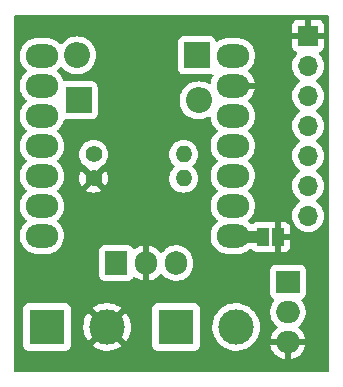
<source format=gbr>
%TF.GenerationSoftware,KiCad,Pcbnew,(6.0.7)*%
%TF.CreationDate,2023-04-07T13:33:32+02:00*%
%TF.ProjectId,RFID_PCB_Final,52464944-5f50-4434-925f-46696e616c2e,rev?*%
%TF.SameCoordinates,Original*%
%TF.FileFunction,Copper,L1,Top*%
%TF.FilePolarity,Positive*%
%FSLAX46Y46*%
G04 Gerber Fmt 4.6, Leading zero omitted, Abs format (unit mm)*
G04 Created by KiCad (PCBNEW (6.0.7)) date 2023-04-07 13:33:32*
%MOMM*%
%LPD*%
G01*
G04 APERTURE LIST*
G04 Aperture macros list*
%AMRoundRect*
0 Rectangle with rounded corners*
0 $1 Rounding radius*
0 $2 $3 $4 $5 $6 $7 $8 $9 X,Y pos of 4 corners*
0 Add a 4 corners polygon primitive as box body*
4,1,4,$2,$3,$4,$5,$6,$7,$8,$9,$2,$3,0*
0 Add four circle primitives for the rounded corners*
1,1,$1+$1,$2,$3*
1,1,$1+$1,$4,$5*
1,1,$1+$1,$6,$7*
1,1,$1+$1,$8,$9*
0 Add four rect primitives between the rounded corners*
20,1,$1+$1,$2,$3,$4,$5,0*
20,1,$1+$1,$4,$5,$6,$7,0*
20,1,$1+$1,$6,$7,$8,$9,0*
20,1,$1+$1,$8,$9,$2,$3,0*%
G04 Aperture macros list end*
%TA.AperFunction,ComponentPad*%
%ADD10R,3.000000X3.000000*%
%TD*%
%TA.AperFunction,ComponentPad*%
%ADD11C,3.000000*%
%TD*%
%TA.AperFunction,ComponentPad*%
%ADD12R,1.905000X2.000000*%
%TD*%
%TA.AperFunction,ComponentPad*%
%ADD13O,1.905000X2.000000*%
%TD*%
%TA.AperFunction,ComponentPad*%
%ADD14R,2.200000X2.200000*%
%TD*%
%TA.AperFunction,ComponentPad*%
%ADD15O,2.200000X2.200000*%
%TD*%
%TA.AperFunction,ComponentPad*%
%ADD16R,2.000000X1.905000*%
%TD*%
%TA.AperFunction,ComponentPad*%
%ADD17O,2.000000X1.905000*%
%TD*%
%TA.AperFunction,SMDPad,CuDef*%
%ADD18R,1.000000X1.500000*%
%TD*%
%TA.AperFunction,ComponentPad*%
%ADD19C,1.400000*%
%TD*%
%TA.AperFunction,ComponentPad*%
%ADD20O,1.400000X1.400000*%
%TD*%
%TA.AperFunction,ComponentPad*%
%ADD21RoundRect,1.000000X-0.375000X0.000000X0.375000X0.000000X0.375000X0.000000X-0.375000X0.000000X0*%
%TD*%
%TA.AperFunction,ComponentPad*%
%ADD22R,1.700000X1.700000*%
%TD*%
%TA.AperFunction,ComponentPad*%
%ADD23O,1.700000X1.700000*%
%TD*%
%TA.AperFunction,Conductor*%
%ADD24C,0.250000*%
%TD*%
%TA.AperFunction,Conductor*%
%ADD25C,1.000000*%
%TD*%
G04 APERTURE END LIST*
D10*
%TO.P,J2,1,Pin_1*%
%TO.N,Deur+*%
X90170000Y-114300000D03*
D11*
%TO.P,J2,2,Pin_2*%
%TO.N,Deur-*%
X95250000Y-114300000D03*
%TD*%
D12*
%TO.P,U2,1,VI*%
%TO.N,Deur+*%
X85090000Y-108895000D03*
D13*
%TO.P,U2,2,GND*%
%TO.N,GND*%
X87630000Y-108895000D03*
%TO.P,U2,3,VO*%
%TO.N,+5V*%
X90170000Y-108895000D03*
%TD*%
D14*
%TO.P,D1,1,K*%
%TO.N,Net-(D1-Pad1)*%
X91948000Y-91313000D03*
D15*
%TO.P,D1,2,A*%
%TO.N,+5V*%
X81788000Y-91313000D03*
%TD*%
D16*
%TO.P,Q1,1,G*%
%TO.N,Net-(Q1-Pad1)*%
X99639000Y-110490000D03*
D17*
%TO.P,Q1,2,D*%
%TO.N,Deur-*%
X99639000Y-113030000D03*
%TO.P,Q1,3,S*%
%TO.N,GND*%
X99639000Y-115570000D03*
%TD*%
D10*
%TO.P,J1,1,Pin_1*%
%TO.N,Deur+*%
X79248000Y-114300000D03*
D11*
%TO.P,J1,2,Pin_2*%
%TO.N,GND*%
X84328000Y-114300000D03*
%TD*%
D18*
%TO.P,JP1,1,A*%
%TO.N,BTN*%
X97521000Y-106680000D03*
%TO.P,JP1,2,B*%
%TO.N,GND*%
X98821000Y-106680000D03*
%TD*%
D19*
%TO.P,R1,1*%
%TO.N,OUT*%
X83185000Y-99695000D03*
D20*
%TO.P,R1,2*%
%TO.N,Net-(Q1-Pad1)*%
X90805000Y-99695000D03*
%TD*%
D14*
%TO.P,D2,1,K*%
%TO.N,Deur+*%
X81915000Y-95123000D03*
D15*
%TO.P,D2,2,A*%
%TO.N,Deur-*%
X92075000Y-95123000D03*
%TD*%
D21*
%TO.P,U1,1,PA02_A0_D0*%
%TO.N,unconnected-(U1-Pad1)*%
X78813000Y-91354000D03*
%TO.P,U1,2,PA4_A1_D1*%
%TO.N,unconnected-(U1-Pad2)*%
X78813000Y-93894000D03*
%TO.P,U1,3,PA10_A2_D2*%
%TO.N,unconnected-(U1-Pad3)*%
X78813000Y-96434000D03*
%TO.P,U1,4,PA11_A3_D3*%
%TO.N,OUT*%
X78813000Y-98974000D03*
%TO.P,U1,5,PA8_A4_D4_SDA*%
%TO.N,SDA*%
X78813000Y-101514000D03*
%TO.P,U1,6,PA9_A5_D5_SCL*%
%TO.N,RST*%
X78813000Y-104054000D03*
%TO.P,U1,7,PB08_A6_D6_TX*%
%TO.N,unconnected-(U1-Pad7)*%
X78813000Y-106594000D03*
%TO.P,U1,8,PB09_A7_D7_RX*%
%TO.N,BTN*%
X94978000Y-106594000D03*
%TO.P,U1,9,PA7_A8_D8_SCK*%
%TO.N,SCK*%
X94978000Y-104054000D03*
%TO.P,U1,10,PA5_A9_D9_MISO*%
%TO.N,MISO*%
X94978000Y-101514000D03*
%TO.P,U1,11,PA6_A10_D10_MOSI*%
%TO.N,MOSI*%
X94978000Y-98974000D03*
%TO.P,U1,12,3V3*%
%TO.N,+3.3V*%
X94978000Y-96434000D03*
%TO.P,U1,13,GND*%
%TO.N,GND*%
X94978000Y-93894000D03*
%TO.P,U1,14,5V*%
%TO.N,Net-(D1-Pad1)*%
X94978000Y-91354000D03*
%TD*%
D19*
%TO.P,R2,1*%
%TO.N,GND*%
X83185000Y-101727000D03*
D20*
%TO.P,R2,2*%
%TO.N,Net-(Q1-Pad1)*%
X90805000Y-101727000D03*
%TD*%
D22*
%TO.P,J9,1,Pin_1*%
%TO.N,GND*%
X101346000Y-89662000D03*
D23*
%TO.P,J9,2,Pin_2*%
%TO.N,+3.3V*%
X101346000Y-92202000D03*
%TO.P,J9,3,Pin_3*%
%TO.N,MOSI*%
X101346000Y-94742000D03*
%TO.P,J9,4,Pin_4*%
%TO.N,MISO*%
X101346000Y-97282000D03*
%TO.P,J9,5,Pin_5*%
%TO.N,SCK*%
X101346000Y-99822000D03*
%TO.P,J9,6,Pin_6*%
%TO.N,SDA*%
X101346000Y-102362000D03*
%TO.P,J9,7,Pin_7*%
%TO.N,RST*%
X101346000Y-104902000D03*
%TD*%
D24*
%TO.N,GND*%
X94892000Y-93980000D02*
X94978000Y-93894000D01*
D25*
%TO.N,BTN*%
X97521000Y-106680000D02*
X95064000Y-106680000D01*
X95064000Y-106680000D02*
X94978000Y-106594000D01*
%TD*%
%TA.AperFunction,Conductor*%
%TO.N,GND*%
G36*
X103065621Y-87904502D02*
G01*
X103112114Y-87958158D01*
X103123500Y-88010500D01*
X103123500Y-117983500D01*
X103103498Y-118051621D01*
X103049842Y-118098114D01*
X102997500Y-118109500D01*
X76580500Y-118109500D01*
X76512379Y-118089498D01*
X76465886Y-118035842D01*
X76454500Y-117983500D01*
X76454500Y-115848134D01*
X77239500Y-115848134D01*
X77246255Y-115910316D01*
X77297385Y-116046705D01*
X77384739Y-116163261D01*
X77501295Y-116250615D01*
X77637684Y-116301745D01*
X77699866Y-116308500D01*
X80796134Y-116308500D01*
X80858316Y-116301745D01*
X80994705Y-116250615D01*
X81111261Y-116163261D01*
X81198615Y-116046705D01*
X81249745Y-115910316D01*
X81251990Y-115889654D01*
X83103618Y-115889654D01*
X83110673Y-115899627D01*
X83141679Y-115925551D01*
X83148598Y-115930579D01*
X83373272Y-116071515D01*
X83380807Y-116075556D01*
X83622520Y-116184694D01*
X83630551Y-116187680D01*
X83884832Y-116263002D01*
X83893184Y-116264869D01*
X84155340Y-116304984D01*
X84163874Y-116305700D01*
X84429045Y-116309867D01*
X84437596Y-116309418D01*
X84700883Y-116277557D01*
X84709284Y-116275955D01*
X84965824Y-116208653D01*
X84973926Y-116205926D01*
X85218949Y-116104434D01*
X85226617Y-116100628D01*
X85455598Y-115966822D01*
X85462679Y-115962009D01*
X85542655Y-115899301D01*
X85551125Y-115887442D01*
X85544608Y-115875818D01*
X85516924Y-115848134D01*
X88161500Y-115848134D01*
X88168255Y-115910316D01*
X88219385Y-116046705D01*
X88306739Y-116163261D01*
X88423295Y-116250615D01*
X88559684Y-116301745D01*
X88621866Y-116308500D01*
X91718134Y-116308500D01*
X91780316Y-116301745D01*
X91916705Y-116250615D01*
X92033261Y-116163261D01*
X92120615Y-116046705D01*
X92171745Y-115910316D01*
X92178500Y-115848134D01*
X92178500Y-114278918D01*
X93236917Y-114278918D01*
X93252682Y-114552320D01*
X93253507Y-114556525D01*
X93253508Y-114556533D01*
X93274698Y-114664539D01*
X93305405Y-114821053D01*
X93306792Y-114825103D01*
X93306793Y-114825108D01*
X93369073Y-115007012D01*
X93394112Y-115080144D01*
X93396039Y-115083975D01*
X93512735Y-115316000D01*
X93517160Y-115324799D01*
X93519586Y-115328328D01*
X93519589Y-115328334D01*
X93648741Y-115516250D01*
X93672274Y-115550490D01*
X93856582Y-115753043D01*
X94066675Y-115928707D01*
X94070316Y-115930991D01*
X94295024Y-116071951D01*
X94295028Y-116071953D01*
X94298664Y-116074234D01*
X94366544Y-116104883D01*
X94544345Y-116185164D01*
X94544349Y-116185166D01*
X94548257Y-116186930D01*
X94552377Y-116188150D01*
X94552376Y-116188150D01*
X94806723Y-116263491D01*
X94806727Y-116263492D01*
X94810836Y-116264709D01*
X94815070Y-116265357D01*
X94815075Y-116265358D01*
X95077298Y-116305483D01*
X95077300Y-116305483D01*
X95081540Y-116306132D01*
X95220912Y-116308322D01*
X95351071Y-116310367D01*
X95351077Y-116310367D01*
X95355362Y-116310434D01*
X95627235Y-116277534D01*
X95892127Y-116208041D01*
X95896087Y-116206401D01*
X95896092Y-116206399D01*
X96050364Y-116142497D01*
X96145136Y-116103241D01*
X96381582Y-115965073D01*
X96538295Y-115842194D01*
X98155573Y-115842194D01*
X98165110Y-115904515D01*
X98167499Y-115914543D01*
X98238898Y-116132988D01*
X98242895Y-116142497D01*
X98349011Y-116346344D01*
X98354505Y-116355069D01*
X98492493Y-116538852D01*
X98499336Y-116546559D01*
X98665491Y-116705339D01*
X98673501Y-116711826D01*
X98863347Y-116841330D01*
X98872321Y-116846429D01*
X99080769Y-116943187D01*
X99090456Y-116946750D01*
X99311908Y-117008165D01*
X99322030Y-117010096D01*
X99366987Y-117014901D01*
X99381608Y-117012253D01*
X99384853Y-117000412D01*
X99893000Y-117000412D01*
X99897325Y-117015141D01*
X99909111Y-117017202D01*
X99920704Y-117016249D01*
X99930866Y-117014567D01*
X100153771Y-116958578D01*
X100163519Y-116955259D01*
X100374289Y-116863615D01*
X100383364Y-116858749D01*
X100576327Y-116733915D01*
X100584498Y-116727622D01*
X100754480Y-116572950D01*
X100761506Y-116565417D01*
X100903945Y-116385056D01*
X100909650Y-116376469D01*
X101020714Y-116175278D01*
X101024944Y-116165866D01*
X101101659Y-115949232D01*
X101104293Y-115939261D01*
X101121647Y-115841837D01*
X101120187Y-115828540D01*
X101105630Y-115824000D01*
X99911115Y-115824000D01*
X99895876Y-115828475D01*
X99894671Y-115829865D01*
X99893000Y-115837548D01*
X99893000Y-117000412D01*
X99384853Y-117000412D01*
X99385000Y-116999876D01*
X99385000Y-115842115D01*
X99380525Y-115826876D01*
X99379135Y-115825671D01*
X99371452Y-115824000D01*
X98170904Y-115824000D01*
X98157560Y-115827918D01*
X98155573Y-115842194D01*
X96538295Y-115842194D01*
X96597089Y-115796094D01*
X96638809Y-115753043D01*
X96784686Y-115602509D01*
X96787669Y-115599431D01*
X96790202Y-115595983D01*
X96790206Y-115595978D01*
X96947257Y-115382178D01*
X96949795Y-115378723D01*
X96951841Y-115374955D01*
X97078418Y-115141830D01*
X97078419Y-115141828D01*
X97080468Y-115138054D01*
X97177269Y-114881877D01*
X97238407Y-114614933D01*
X97239638Y-114601148D01*
X97262531Y-114344627D01*
X97262532Y-114344616D01*
X97262751Y-114342161D01*
X97263193Y-114300000D01*
X97261465Y-114274648D01*
X97244859Y-114031055D01*
X97244858Y-114031049D01*
X97244567Y-114026778D01*
X97189032Y-113758612D01*
X97097617Y-113500465D01*
X96972013Y-113257112D01*
X96962040Y-113242921D01*
X96884268Y-113132263D01*
X98129064Y-113132263D01*
X98165404Y-113369744D01*
X98200582Y-113477371D01*
X98238434Y-113593183D01*
X98238437Y-113593189D01*
X98240042Y-113598101D01*
X98350975Y-113811200D01*
X98354085Y-113815342D01*
X98438655Y-113927978D01*
X98495223Y-114003320D01*
X98668912Y-114169301D01*
X98706351Y-114194840D01*
X98751352Y-114249751D01*
X98759523Y-114320275D01*
X98728269Y-114384022D01*
X98703790Y-114404716D01*
X98701674Y-114406085D01*
X98693502Y-114412378D01*
X98523520Y-114567050D01*
X98516494Y-114574583D01*
X98374055Y-114754944D01*
X98368350Y-114763531D01*
X98257286Y-114964722D01*
X98253056Y-114974134D01*
X98176341Y-115190768D01*
X98173707Y-115200739D01*
X98156353Y-115298163D01*
X98157813Y-115311460D01*
X98172370Y-115316000D01*
X101107096Y-115316000D01*
X101120440Y-115312082D01*
X101122427Y-115297806D01*
X101112890Y-115235485D01*
X101110501Y-115225457D01*
X101039102Y-115007012D01*
X101035105Y-114997503D01*
X100928989Y-114793656D01*
X100923495Y-114784931D01*
X100785507Y-114601148D01*
X100778664Y-114593441D01*
X100612509Y-114434661D01*
X100604502Y-114428177D01*
X100571644Y-114405763D01*
X100526641Y-114350852D01*
X100518468Y-114280328D01*
X100549722Y-114216580D01*
X100574204Y-114195884D01*
X100576635Y-114194311D01*
X100580977Y-114191502D01*
X100758670Y-114029814D01*
X100839095Y-113927978D01*
X100904367Y-113845330D01*
X100904370Y-113845325D01*
X100907568Y-113841276D01*
X100921885Y-113815342D01*
X101021177Y-113635474D01*
X101021179Y-113635470D01*
X101023674Y-113630950D01*
X101068451Y-113504506D01*
X101102144Y-113409360D01*
X101102145Y-113409356D01*
X101103870Y-113404485D01*
X101109183Y-113374659D01*
X101145095Y-113173052D01*
X101145096Y-113173046D01*
X101146001Y-113167963D01*
X101148936Y-112927737D01*
X101112596Y-112690256D01*
X101056342Y-112518145D01*
X101039566Y-112466817D01*
X101039563Y-112466811D01*
X101037958Y-112461899D01*
X101028599Y-112443919D01*
X100929416Y-112253393D01*
X100927025Y-112248800D01*
X100810585Y-112093717D01*
X100785680Y-112027235D01*
X100800672Y-111957839D01*
X100850802Y-111907565D01*
X100867115Y-111900085D01*
X100877293Y-111896269D01*
X100877296Y-111896267D01*
X100885705Y-111893115D01*
X101002261Y-111805761D01*
X101089615Y-111689205D01*
X101140745Y-111552816D01*
X101147500Y-111490634D01*
X101147500Y-109489366D01*
X101140745Y-109427184D01*
X101089615Y-109290795D01*
X101002261Y-109174239D01*
X100885705Y-109086885D01*
X100749316Y-109035755D01*
X100687134Y-109029000D01*
X98590866Y-109029000D01*
X98528684Y-109035755D01*
X98392295Y-109086885D01*
X98275739Y-109174239D01*
X98188385Y-109290795D01*
X98137255Y-109427184D01*
X98130500Y-109489366D01*
X98130500Y-111490634D01*
X98137255Y-111552816D01*
X98188385Y-111689205D01*
X98275739Y-111805761D01*
X98392295Y-111893115D01*
X98412189Y-111900573D01*
X98468953Y-111943213D01*
X98493654Y-112009774D01*
X98478447Y-112079123D01*
X98466842Y-112096647D01*
X98373633Y-112214670D01*
X98373630Y-112214675D01*
X98370432Y-112218724D01*
X98367939Y-112223240D01*
X98367937Y-112223243D01*
X98266195Y-112407549D01*
X98254326Y-112429050D01*
X98252602Y-112433919D01*
X98252600Y-112433923D01*
X98177827Y-112645075D01*
X98174130Y-112655515D01*
X98173223Y-112660608D01*
X98173222Y-112660611D01*
X98143098Y-112829728D01*
X98131999Y-112892037D01*
X98131936Y-112897201D01*
X98129649Y-113084417D01*
X98129064Y-113132263D01*
X96884268Y-113132263D01*
X96817008Y-113036562D01*
X96814545Y-113033057D01*
X96716676Y-112927737D01*
X96631046Y-112835588D01*
X96631043Y-112835585D01*
X96628125Y-112832445D01*
X96624810Y-112829731D01*
X96624806Y-112829728D01*
X96454404Y-112690256D01*
X96416205Y-112658990D01*
X96182704Y-112515901D01*
X96178768Y-112514173D01*
X95935873Y-112407549D01*
X95935869Y-112407548D01*
X95931945Y-112405825D01*
X95668566Y-112330800D01*
X95664324Y-112330196D01*
X95664318Y-112330195D01*
X95459387Y-112301029D01*
X95397443Y-112292213D01*
X95253589Y-112291460D01*
X95127877Y-112290802D01*
X95127871Y-112290802D01*
X95123591Y-112290780D01*
X95119347Y-112291339D01*
X95119343Y-112291339D01*
X95045741Y-112301029D01*
X94852078Y-112326525D01*
X94847938Y-112327658D01*
X94847936Y-112327658D01*
X94780037Y-112346233D01*
X94587928Y-112398788D01*
X94583980Y-112400472D01*
X94339982Y-112504546D01*
X94339978Y-112504548D01*
X94336030Y-112506232D01*
X94316125Y-112518145D01*
X94104725Y-112644664D01*
X94104721Y-112644667D01*
X94101043Y-112646868D01*
X93887318Y-112818094D01*
X93698808Y-113016742D01*
X93539002Y-113239136D01*
X93410857Y-113481161D01*
X93409385Y-113485184D01*
X93409383Y-113485188D01*
X93366383Y-113602691D01*
X93316743Y-113738337D01*
X93258404Y-114005907D01*
X93236917Y-114278918D01*
X92178500Y-114278918D01*
X92178500Y-112751866D01*
X92171745Y-112689684D01*
X92120615Y-112553295D01*
X92033261Y-112436739D01*
X91916705Y-112349385D01*
X91780316Y-112298255D01*
X91718134Y-112291500D01*
X88621866Y-112291500D01*
X88559684Y-112298255D01*
X88423295Y-112349385D01*
X88306739Y-112436739D01*
X88219385Y-112553295D01*
X88168255Y-112689684D01*
X88161500Y-112751866D01*
X88161500Y-115848134D01*
X85516924Y-115848134D01*
X84340812Y-114672022D01*
X84326868Y-114664408D01*
X84325035Y-114664539D01*
X84318420Y-114668790D01*
X83110910Y-115876300D01*
X83103618Y-115889654D01*
X81251990Y-115889654D01*
X81256500Y-115848134D01*
X81256500Y-114283204D01*
X82315665Y-114283204D01*
X82330932Y-114547969D01*
X82332005Y-114556470D01*
X82383065Y-114816722D01*
X82385276Y-114824974D01*
X82471184Y-115075894D01*
X82474499Y-115083779D01*
X82593664Y-115320713D01*
X82598020Y-115328079D01*
X82727347Y-115516250D01*
X82737601Y-115524594D01*
X82751342Y-115517448D01*
X83955978Y-114312812D01*
X83962356Y-114301132D01*
X84692408Y-114301132D01*
X84692539Y-114302965D01*
X84696790Y-114309580D01*
X85903730Y-115516520D01*
X85915939Y-115523187D01*
X85927439Y-115514497D01*
X86024831Y-115381913D01*
X86029418Y-115374685D01*
X86155962Y-115141621D01*
X86159530Y-115133827D01*
X86253271Y-114885750D01*
X86255748Y-114877544D01*
X86314954Y-114619038D01*
X86316294Y-114610577D01*
X86340031Y-114344616D01*
X86340277Y-114339677D01*
X86340666Y-114302485D01*
X86340523Y-114297519D01*
X86322362Y-114031123D01*
X86321201Y-114022649D01*
X86267419Y-113762944D01*
X86265120Y-113754709D01*
X86176588Y-113504705D01*
X86173191Y-113496854D01*
X86051550Y-113261178D01*
X86047122Y-113253866D01*
X85928031Y-113084417D01*
X85917509Y-113076037D01*
X85904121Y-113083089D01*
X84700022Y-114287188D01*
X84692408Y-114301132D01*
X83962356Y-114301132D01*
X83963592Y-114298868D01*
X83963461Y-114297035D01*
X83959210Y-114290420D01*
X82751814Y-113083024D01*
X82739804Y-113076466D01*
X82728064Y-113085434D01*
X82619935Y-113235911D01*
X82615418Y-113243196D01*
X82491325Y-113477567D01*
X82487839Y-113485395D01*
X82396700Y-113734446D01*
X82394311Y-113742670D01*
X82337812Y-114001795D01*
X82336563Y-114010250D01*
X82315754Y-114274653D01*
X82315665Y-114283204D01*
X81256500Y-114283204D01*
X81256500Y-112751866D01*
X81252224Y-112712500D01*
X83104584Y-112712500D01*
X83110980Y-112723770D01*
X84315188Y-113927978D01*
X84329132Y-113935592D01*
X84330965Y-113935461D01*
X84337580Y-113931210D01*
X85544604Y-112724186D01*
X85551795Y-112711017D01*
X85544473Y-112700780D01*
X85497233Y-112662115D01*
X85490261Y-112657160D01*
X85264122Y-112518582D01*
X85256552Y-112514624D01*
X85013704Y-112408022D01*
X85005644Y-112405120D01*
X84750592Y-112332467D01*
X84742214Y-112330685D01*
X84479656Y-112293318D01*
X84471111Y-112292691D01*
X84205908Y-112291302D01*
X84197374Y-112291839D01*
X83934433Y-112326456D01*
X83926035Y-112328149D01*
X83670238Y-112398127D01*
X83662143Y-112400946D01*
X83418199Y-112504997D01*
X83410577Y-112508881D01*
X83183013Y-112645075D01*
X83175981Y-112649962D01*
X83113053Y-112700377D01*
X83104584Y-112712500D01*
X81252224Y-112712500D01*
X81249745Y-112689684D01*
X81198615Y-112553295D01*
X81111261Y-112436739D01*
X80994705Y-112349385D01*
X80858316Y-112298255D01*
X80796134Y-112291500D01*
X77699866Y-112291500D01*
X77637684Y-112298255D01*
X77501295Y-112349385D01*
X77384739Y-112436739D01*
X77297385Y-112553295D01*
X77246255Y-112689684D01*
X77239500Y-112751866D01*
X77239500Y-115848134D01*
X76454500Y-115848134D01*
X76454500Y-109943134D01*
X83629000Y-109943134D01*
X83635755Y-110005316D01*
X83686885Y-110141705D01*
X83774239Y-110258261D01*
X83890795Y-110345615D01*
X84027184Y-110396745D01*
X84089366Y-110403500D01*
X86090634Y-110403500D01*
X86152816Y-110396745D01*
X86289205Y-110345615D01*
X86405761Y-110258261D01*
X86493115Y-110141705D01*
X86500758Y-110121317D01*
X86543401Y-110064553D01*
X86609962Y-110039854D01*
X86679311Y-110055062D01*
X86696832Y-110066666D01*
X86814944Y-110159945D01*
X86823531Y-110165650D01*
X87024722Y-110276714D01*
X87034134Y-110280944D01*
X87250768Y-110357659D01*
X87260739Y-110360293D01*
X87358163Y-110377647D01*
X87371460Y-110376187D01*
X87375543Y-110363096D01*
X87884000Y-110363096D01*
X87887918Y-110376440D01*
X87902194Y-110378427D01*
X87964515Y-110368890D01*
X87974543Y-110366501D01*
X88192988Y-110295102D01*
X88202497Y-110291105D01*
X88406344Y-110184989D01*
X88415069Y-110179495D01*
X88598852Y-110041507D01*
X88606559Y-110034664D01*
X88765339Y-109868509D01*
X88771823Y-109860502D01*
X88794237Y-109827644D01*
X88849148Y-109782641D01*
X88919672Y-109774468D01*
X88983420Y-109805722D01*
X89004116Y-109830204D01*
X89008498Y-109836977D01*
X89170186Y-110014670D01*
X89221331Y-110055062D01*
X89354670Y-110160367D01*
X89354675Y-110160370D01*
X89358724Y-110163568D01*
X89363240Y-110166061D01*
X89363243Y-110166063D01*
X89564526Y-110277177D01*
X89564530Y-110277179D01*
X89569050Y-110279674D01*
X89573919Y-110281398D01*
X89573923Y-110281400D01*
X89790640Y-110358144D01*
X89790644Y-110358145D01*
X89795515Y-110359870D01*
X89800608Y-110360777D01*
X89800611Y-110360778D01*
X90026948Y-110401095D01*
X90026954Y-110401096D01*
X90032037Y-110402001D01*
X90119400Y-110403068D01*
X90267093Y-110404873D01*
X90267095Y-110404873D01*
X90272263Y-110404936D01*
X90509744Y-110368596D01*
X90621997Y-110331906D01*
X90733183Y-110295566D01*
X90733189Y-110295563D01*
X90738101Y-110293958D01*
X90742687Y-110291571D01*
X90742691Y-110291569D01*
X90946607Y-110185416D01*
X90951200Y-110183025D01*
X91033387Y-110121317D01*
X91139185Y-110041882D01*
X91139188Y-110041880D01*
X91143320Y-110038777D01*
X91309301Y-109865088D01*
X91444686Y-109666622D01*
X91459243Y-109635263D01*
X91543658Y-109453405D01*
X91543659Y-109453401D01*
X91545837Y-109448710D01*
X91610040Y-109217202D01*
X91614631Y-109174239D01*
X91630644Y-109024407D01*
X91630644Y-109024399D01*
X91631000Y-109021072D01*
X91631000Y-108786598D01*
X91629548Y-108768928D01*
X91616746Y-108613224D01*
X91616322Y-108608063D01*
X91557794Y-108375056D01*
X91461997Y-108154737D01*
X91331502Y-107953023D01*
X91169814Y-107775330D01*
X91053770Y-107683684D01*
X90985330Y-107629633D01*
X90985325Y-107629630D01*
X90981276Y-107626432D01*
X90976760Y-107623939D01*
X90976757Y-107623937D01*
X90775474Y-107512823D01*
X90775470Y-107512821D01*
X90770950Y-107510326D01*
X90766081Y-107508602D01*
X90766077Y-107508600D01*
X90549360Y-107431856D01*
X90549356Y-107431855D01*
X90544485Y-107430130D01*
X90539392Y-107429223D01*
X90539389Y-107429222D01*
X90313052Y-107388905D01*
X90313046Y-107388904D01*
X90307963Y-107387999D01*
X90215474Y-107386869D01*
X90072907Y-107385127D01*
X90072905Y-107385127D01*
X90067737Y-107385064D01*
X89830256Y-107421404D01*
X89718003Y-107458094D01*
X89606817Y-107494434D01*
X89606811Y-107494437D01*
X89601899Y-107496042D01*
X89597313Y-107498429D01*
X89597309Y-107498431D01*
X89502846Y-107547606D01*
X89388800Y-107606975D01*
X89384657Y-107610085D01*
X89384658Y-107610085D01*
X89219867Y-107733814D01*
X89196680Y-107751223D01*
X89030699Y-107924912D01*
X89005160Y-107962351D01*
X88950249Y-108007352D01*
X88879725Y-108015523D01*
X88815978Y-107984269D01*
X88795284Y-107959790D01*
X88793915Y-107957674D01*
X88787622Y-107949502D01*
X88632950Y-107779520D01*
X88625417Y-107772494D01*
X88445056Y-107630055D01*
X88436469Y-107624350D01*
X88235278Y-107513286D01*
X88225866Y-107509056D01*
X88009232Y-107432341D01*
X87999261Y-107429707D01*
X87901837Y-107412353D01*
X87888540Y-107413813D01*
X87884000Y-107428370D01*
X87884000Y-110363096D01*
X87375543Y-110363096D01*
X87376000Y-110361630D01*
X87376000Y-107426904D01*
X87372082Y-107413560D01*
X87357806Y-107411573D01*
X87295485Y-107421110D01*
X87285457Y-107423499D01*
X87067012Y-107494898D01*
X87057503Y-107498895D01*
X86853656Y-107605011D01*
X86844939Y-107610500D01*
X86693901Y-107723902D01*
X86627416Y-107748807D01*
X86558020Y-107733814D01*
X86507747Y-107683684D01*
X86500268Y-107667375D01*
X86493115Y-107648295D01*
X86405761Y-107531739D01*
X86289205Y-107444385D01*
X86152816Y-107393255D01*
X86090634Y-107386500D01*
X84089366Y-107386500D01*
X84027184Y-107393255D01*
X83890795Y-107444385D01*
X83774239Y-107531739D01*
X83686885Y-107648295D01*
X83635755Y-107784684D01*
X83629000Y-107846866D01*
X83629000Y-109943134D01*
X76454500Y-109943134D01*
X76454500Y-106525531D01*
X76929500Y-106525531D01*
X76929501Y-106662468D01*
X76929662Y-106664709D01*
X76929662Y-106664720D01*
X76939723Y-106805088D01*
X76940065Y-106809856D01*
X76941123Y-106814514D01*
X76941124Y-106814519D01*
X76972385Y-106952115D01*
X76993845Y-107046571D01*
X77084780Y-107271642D01*
X77087403Y-107275973D01*
X77180508Y-107429707D01*
X77210530Y-107479280D01*
X77367859Y-107664141D01*
X77552720Y-107821470D01*
X77557052Y-107824094D01*
X77557054Y-107824095D01*
X77715221Y-107919884D01*
X77760358Y-107947220D01*
X77765047Y-107949114D01*
X77765052Y-107949117D01*
X77980738Y-108036260D01*
X77980741Y-108036261D01*
X77985429Y-108038155D01*
X77990359Y-108039275D01*
X77990362Y-108039276D01*
X78083153Y-108060357D01*
X78222144Y-108091935D01*
X78226909Y-108092277D01*
X78226912Y-108092277D01*
X78367281Y-108102339D01*
X78367289Y-108102339D01*
X78369531Y-108102500D01*
X78813000Y-108102500D01*
X79256468Y-108102499D01*
X79258710Y-108102338D01*
X79258719Y-108102338D01*
X79399088Y-108092277D01*
X79399091Y-108092277D01*
X79403856Y-108091935D01*
X79408514Y-108090877D01*
X79408519Y-108090876D01*
X79635638Y-108039276D01*
X79635641Y-108039275D01*
X79640571Y-108038155D01*
X79645259Y-108036261D01*
X79645262Y-108036260D01*
X79860948Y-107949117D01*
X79860953Y-107949114D01*
X79865642Y-107947220D01*
X79910779Y-107919884D01*
X80068946Y-107824095D01*
X80068948Y-107824094D01*
X80073280Y-107821470D01*
X80258141Y-107664141D01*
X80415470Y-107479280D01*
X80445493Y-107429707D01*
X80538597Y-107275973D01*
X80541220Y-107271642D01*
X80632155Y-107046571D01*
X80685935Y-106809856D01*
X80696500Y-106662469D01*
X80696499Y-106525532D01*
X80689246Y-106424329D01*
X80686277Y-106382912D01*
X80686277Y-106382909D01*
X80685935Y-106378144D01*
X80684876Y-106373480D01*
X80633276Y-106146362D01*
X80633275Y-106146359D01*
X80632155Y-106141429D01*
X80582542Y-106018632D01*
X80543117Y-105921052D01*
X80543114Y-105921047D01*
X80541220Y-105916358D01*
X80415470Y-105708720D01*
X80258141Y-105523859D01*
X80136053Y-105419954D01*
X80097140Y-105360571D01*
X80096509Y-105289577D01*
X80136053Y-105228046D01*
X80254294Y-105127415D01*
X80258141Y-105124141D01*
X80415470Y-104939280D01*
X80461327Y-104863562D01*
X80538597Y-104735973D01*
X80541220Y-104731642D01*
X80575592Y-104646570D01*
X80630260Y-104511262D01*
X80630261Y-104511259D01*
X80632155Y-104506571D01*
X80643201Y-104457954D01*
X80684875Y-104274520D01*
X80685935Y-104269856D01*
X80686456Y-104262590D01*
X80696339Y-104124719D01*
X80696339Y-104124711D01*
X80696500Y-104122469D01*
X80696499Y-103985532D01*
X80691005Y-103908870D01*
X80686277Y-103842912D01*
X80686277Y-103842909D01*
X80685935Y-103838144D01*
X80684876Y-103833480D01*
X80633276Y-103606362D01*
X80633275Y-103606359D01*
X80632155Y-103601429D01*
X80582542Y-103478632D01*
X80543117Y-103381052D01*
X80543114Y-103381047D01*
X80541220Y-103376358D01*
X80415470Y-103168720D01*
X80258141Y-102983859D01*
X80136053Y-102879954D01*
X80097140Y-102820571D01*
X80096509Y-102749577D01*
X80101853Y-102741261D01*
X82535294Y-102741261D01*
X82544590Y-102753276D01*
X82574189Y-102774001D01*
X82583677Y-102779479D01*
X82765277Y-102864159D01*
X82775571Y-102867907D01*
X82969122Y-102919769D01*
X82979909Y-102921671D01*
X83179525Y-102939135D01*
X83190475Y-102939135D01*
X83390091Y-102921671D01*
X83400878Y-102919769D01*
X83594429Y-102867907D01*
X83604723Y-102864159D01*
X83786323Y-102779479D01*
X83795811Y-102774001D01*
X83826248Y-102752689D01*
X83834623Y-102742212D01*
X83827554Y-102728764D01*
X83197812Y-102099022D01*
X83183868Y-102091408D01*
X83182035Y-102091539D01*
X83175420Y-102095790D01*
X82541724Y-102729486D01*
X82535294Y-102741261D01*
X80101853Y-102741261D01*
X80136053Y-102688046D01*
X80254294Y-102587415D01*
X80258141Y-102584141D01*
X80415470Y-102399280D01*
X80429142Y-102376706D01*
X80538597Y-102195973D01*
X80541220Y-102191642D01*
X80559301Y-102146892D01*
X80630260Y-101971262D01*
X80630261Y-101971259D01*
X80632155Y-101966571D01*
X80643201Y-101917954D01*
X80684875Y-101734520D01*
X80685340Y-101732475D01*
X81972865Y-101732475D01*
X81990329Y-101932091D01*
X81992231Y-101942878D01*
X82044093Y-102136429D01*
X82047841Y-102146723D01*
X82132521Y-102328323D01*
X82137999Y-102337811D01*
X82159311Y-102368248D01*
X82169788Y-102376623D01*
X82183236Y-102369554D01*
X82812978Y-101739812D01*
X82819356Y-101728132D01*
X83549408Y-101728132D01*
X83549539Y-101729965D01*
X83553790Y-101736580D01*
X84187486Y-102370276D01*
X84199261Y-102376706D01*
X84211276Y-102367410D01*
X84232001Y-102337811D01*
X84237479Y-102328323D01*
X84322159Y-102146723D01*
X84325907Y-102136429D01*
X84377769Y-101942878D01*
X84379671Y-101932091D01*
X84397135Y-101732475D01*
X84397135Y-101727000D01*
X89591884Y-101727000D01*
X89610314Y-101937655D01*
X89611738Y-101942968D01*
X89611738Y-101942970D01*
X89655575Y-102106570D01*
X89665044Y-102141910D01*
X89667366Y-102146891D01*
X89667367Y-102146892D01*
X89686046Y-102186948D01*
X89754411Y-102333558D01*
X89875699Y-102506776D01*
X90025224Y-102656301D01*
X90198442Y-102777589D01*
X90203420Y-102779910D01*
X90203423Y-102779912D01*
X90384092Y-102864159D01*
X90390090Y-102866956D01*
X90395398Y-102868378D01*
X90395400Y-102868379D01*
X90589030Y-102920262D01*
X90589032Y-102920262D01*
X90594345Y-102921686D01*
X90805000Y-102940116D01*
X91015655Y-102921686D01*
X91020968Y-102920262D01*
X91020970Y-102920262D01*
X91214600Y-102868379D01*
X91214602Y-102868378D01*
X91219910Y-102866956D01*
X91225908Y-102864159D01*
X91406577Y-102779912D01*
X91406580Y-102779910D01*
X91411558Y-102777589D01*
X91584776Y-102656301D01*
X91734301Y-102506776D01*
X91855589Y-102333558D01*
X91923955Y-102186948D01*
X91942633Y-102146892D01*
X91942634Y-102146891D01*
X91944956Y-102141910D01*
X91954426Y-102106570D01*
X91998262Y-101942970D01*
X91998262Y-101942968D01*
X91999686Y-101937655D01*
X92018116Y-101727000D01*
X91999686Y-101516345D01*
X91995414Y-101500401D01*
X91946379Y-101317400D01*
X91946378Y-101317398D01*
X91944956Y-101312090D01*
X91938453Y-101298144D01*
X91857912Y-101125423D01*
X91857910Y-101125420D01*
X91855589Y-101120442D01*
X91734301Y-100947224D01*
X91587172Y-100800095D01*
X91553146Y-100737783D01*
X91558211Y-100666968D01*
X91587172Y-100621905D01*
X91734301Y-100474776D01*
X91855589Y-100301558D01*
X91865376Y-100280571D01*
X91942633Y-100114892D01*
X91942634Y-100114891D01*
X91944956Y-100109910D01*
X91961702Y-100047415D01*
X91998262Y-99910970D01*
X91998262Y-99910968D01*
X91999686Y-99905655D01*
X92018116Y-99695000D01*
X91999686Y-99484345D01*
X91998262Y-99479030D01*
X91946379Y-99285400D01*
X91946378Y-99285398D01*
X91944956Y-99280090D01*
X91897276Y-99177840D01*
X91857912Y-99093423D01*
X91857910Y-99093420D01*
X91855589Y-99088442D01*
X91734301Y-98915224D01*
X91584776Y-98765699D01*
X91411558Y-98644411D01*
X91406580Y-98642090D01*
X91406577Y-98642088D01*
X91224892Y-98557367D01*
X91224891Y-98557366D01*
X91219910Y-98555044D01*
X91214602Y-98553622D01*
X91214600Y-98553621D01*
X91020970Y-98501738D01*
X91020968Y-98501738D01*
X91015655Y-98500314D01*
X90805000Y-98481884D01*
X90594345Y-98500314D01*
X90589032Y-98501738D01*
X90589030Y-98501738D01*
X90395400Y-98553621D01*
X90395398Y-98553622D01*
X90390090Y-98555044D01*
X90385109Y-98557366D01*
X90385108Y-98557367D01*
X90203423Y-98642088D01*
X90203420Y-98642090D01*
X90198442Y-98644411D01*
X90025224Y-98765699D01*
X89875699Y-98915224D01*
X89754411Y-99088442D01*
X89752090Y-99093420D01*
X89752088Y-99093423D01*
X89712724Y-99177840D01*
X89665044Y-99280090D01*
X89663622Y-99285398D01*
X89663621Y-99285400D01*
X89611738Y-99479030D01*
X89610314Y-99484345D01*
X89591884Y-99695000D01*
X89610314Y-99905655D01*
X89611738Y-99910968D01*
X89611738Y-99910970D01*
X89648299Y-100047415D01*
X89665044Y-100109910D01*
X89667366Y-100114891D01*
X89667367Y-100114892D01*
X89744625Y-100280571D01*
X89754411Y-100301558D01*
X89875699Y-100474776D01*
X90022828Y-100621905D01*
X90056854Y-100684217D01*
X90051789Y-100755032D01*
X90022828Y-100800095D01*
X89875699Y-100947224D01*
X89754411Y-101120442D01*
X89752090Y-101125420D01*
X89752088Y-101125423D01*
X89671547Y-101298144D01*
X89665044Y-101312090D01*
X89663622Y-101317398D01*
X89663621Y-101317400D01*
X89614586Y-101500401D01*
X89610314Y-101516345D01*
X89591884Y-101727000D01*
X84397135Y-101727000D01*
X84397135Y-101721525D01*
X84379671Y-101521909D01*
X84377769Y-101511122D01*
X84325907Y-101317571D01*
X84322159Y-101307277D01*
X84237479Y-101125677D01*
X84232001Y-101116189D01*
X84210689Y-101085752D01*
X84200212Y-101077377D01*
X84186764Y-101084446D01*
X83557022Y-101714188D01*
X83549408Y-101728132D01*
X82819356Y-101728132D01*
X82820592Y-101725868D01*
X82820461Y-101724035D01*
X82816210Y-101717420D01*
X82182514Y-101083724D01*
X82170739Y-101077294D01*
X82158724Y-101086590D01*
X82137999Y-101116189D01*
X82132521Y-101125677D01*
X82047841Y-101307277D01*
X82044093Y-101317571D01*
X81992231Y-101511122D01*
X81990329Y-101521909D01*
X81972865Y-101721525D01*
X81972865Y-101732475D01*
X80685340Y-101732475D01*
X80685935Y-101729856D01*
X80686532Y-101721525D01*
X80696339Y-101584719D01*
X80696339Y-101584711D01*
X80696500Y-101582469D01*
X80696499Y-101445532D01*
X80691005Y-101368870D01*
X80686277Y-101302912D01*
X80686277Y-101302909D01*
X80685935Y-101298144D01*
X80684876Y-101293480D01*
X80633276Y-101066362D01*
X80633275Y-101066359D01*
X80632155Y-101061429D01*
X80586013Y-100947224D01*
X80543117Y-100841052D01*
X80543114Y-100841047D01*
X80541220Y-100836358D01*
X80415470Y-100628720D01*
X80258141Y-100443859D01*
X80136053Y-100339954D01*
X80097140Y-100280571D01*
X80096509Y-100209577D01*
X80136053Y-100148046D01*
X80254294Y-100047415D01*
X80258141Y-100044141D01*
X80415470Y-99859280D01*
X80461327Y-99783562D01*
X80514962Y-99695000D01*
X81971884Y-99695000D01*
X81990314Y-99905655D01*
X81991738Y-99910968D01*
X81991738Y-99910970D01*
X82028299Y-100047415D01*
X82045044Y-100109910D01*
X82047366Y-100114891D01*
X82047367Y-100114892D01*
X82124625Y-100280571D01*
X82134411Y-100301558D01*
X82255699Y-100474776D01*
X82405224Y-100624301D01*
X82409736Y-100627460D01*
X82517234Y-100702731D01*
X82534059Y-100716849D01*
X83172188Y-101354978D01*
X83186132Y-101362592D01*
X83187965Y-101362461D01*
X83194580Y-101358210D01*
X83835941Y-100716849D01*
X83852766Y-100702731D01*
X83960264Y-100627460D01*
X83964776Y-100624301D01*
X84114301Y-100474776D01*
X84235589Y-100301558D01*
X84245376Y-100280571D01*
X84322633Y-100114892D01*
X84322634Y-100114891D01*
X84324956Y-100109910D01*
X84341702Y-100047415D01*
X84378262Y-99910970D01*
X84378262Y-99910968D01*
X84379686Y-99905655D01*
X84398116Y-99695000D01*
X84379686Y-99484345D01*
X84378262Y-99479030D01*
X84326379Y-99285400D01*
X84326378Y-99285398D01*
X84324956Y-99280090D01*
X84277276Y-99177840D01*
X84237912Y-99093423D01*
X84237910Y-99093420D01*
X84235589Y-99088442D01*
X84114301Y-98915224D01*
X83964776Y-98765699D01*
X83791558Y-98644411D01*
X83786580Y-98642090D01*
X83786577Y-98642088D01*
X83604892Y-98557367D01*
X83604891Y-98557366D01*
X83599910Y-98555044D01*
X83594602Y-98553622D01*
X83594600Y-98553621D01*
X83400970Y-98501738D01*
X83400968Y-98501738D01*
X83395655Y-98500314D01*
X83185000Y-98481884D01*
X82974345Y-98500314D01*
X82969032Y-98501738D01*
X82969030Y-98501738D01*
X82775400Y-98553621D01*
X82775398Y-98553622D01*
X82770090Y-98555044D01*
X82765109Y-98557366D01*
X82765108Y-98557367D01*
X82583423Y-98642088D01*
X82583420Y-98642090D01*
X82578442Y-98644411D01*
X82405224Y-98765699D01*
X82255699Y-98915224D01*
X82134411Y-99088442D01*
X82132090Y-99093420D01*
X82132088Y-99093423D01*
X82092724Y-99177840D01*
X82045044Y-99280090D01*
X82043622Y-99285398D01*
X82043621Y-99285400D01*
X81991738Y-99479030D01*
X81990314Y-99484345D01*
X81971884Y-99695000D01*
X80514962Y-99695000D01*
X80538597Y-99655973D01*
X80541220Y-99651642D01*
X80575592Y-99566570D01*
X80630260Y-99431262D01*
X80630261Y-99431259D01*
X80632155Y-99426571D01*
X80643201Y-99377954D01*
X80684875Y-99194520D01*
X80685935Y-99189856D01*
X80686456Y-99182590D01*
X80696339Y-99044719D01*
X80696339Y-99044711D01*
X80696500Y-99042469D01*
X80696499Y-98905532D01*
X80691005Y-98828870D01*
X80686277Y-98762912D01*
X80686277Y-98762909D01*
X80685935Y-98758144D01*
X80684876Y-98753480D01*
X80633276Y-98526362D01*
X80633275Y-98526359D01*
X80632155Y-98521429D01*
X80628078Y-98511338D01*
X80543117Y-98301052D01*
X80543114Y-98301047D01*
X80541220Y-98296358D01*
X80415470Y-98088720D01*
X80258141Y-97903859D01*
X80136053Y-97799954D01*
X80097140Y-97740571D01*
X80096509Y-97669577D01*
X80136053Y-97608046D01*
X80254294Y-97507415D01*
X80258141Y-97504141D01*
X80415470Y-97319280D01*
X80461327Y-97243562D01*
X80538597Y-97115973D01*
X80541220Y-97111642D01*
X80575592Y-97026570D01*
X80630260Y-96891262D01*
X80630261Y-96891259D01*
X80632155Y-96886571D01*
X80645102Y-96829585D01*
X80679699Y-96767588D01*
X80742322Y-96734138D01*
X80767971Y-96731500D01*
X83063134Y-96731500D01*
X83125316Y-96724745D01*
X83261705Y-96673615D01*
X83378261Y-96586261D01*
X83465615Y-96469705D01*
X83516745Y-96333316D01*
X83523500Y-96271134D01*
X83523500Y-93974866D01*
X83516745Y-93912684D01*
X83465615Y-93776295D01*
X83378261Y-93659739D01*
X83261705Y-93572385D01*
X83125316Y-93521255D01*
X83069440Y-93515185D01*
X83066531Y-93514869D01*
X83063134Y-93514500D01*
X80766866Y-93514500D01*
X80763471Y-93514869D01*
X80763467Y-93514869D01*
X80760835Y-93515155D01*
X80760221Y-93515045D01*
X80760072Y-93515053D01*
X80760070Y-93515018D01*
X80690952Y-93502626D01*
X80638937Y-93454305D01*
X80630403Y-93437093D01*
X80543117Y-93221052D01*
X80543114Y-93221047D01*
X80541220Y-93216358D01*
X80415470Y-93008720D01*
X80258141Y-92823859D01*
X80136053Y-92719954D01*
X80097140Y-92660571D01*
X80096509Y-92589577D01*
X80136053Y-92528046D01*
X80141611Y-92523316D01*
X80258141Y-92424141D01*
X80343808Y-92323483D01*
X80403191Y-92284570D01*
X80474185Y-92283939D01*
X80535573Y-92323315D01*
X80593992Y-92391715D01*
X80647102Y-92453898D01*
X80839624Y-92618328D01*
X81055498Y-92750616D01*
X81060068Y-92752509D01*
X81060072Y-92752511D01*
X81284836Y-92845611D01*
X81289409Y-92847505D01*
X81351864Y-92862499D01*
X81530784Y-92905454D01*
X81530790Y-92905455D01*
X81535597Y-92906609D01*
X81788000Y-92926474D01*
X82040403Y-92906609D01*
X82045210Y-92905455D01*
X82045216Y-92905454D01*
X82224136Y-92862499D01*
X82286591Y-92847505D01*
X82291164Y-92845611D01*
X82515928Y-92752511D01*
X82515932Y-92752509D01*
X82520502Y-92750616D01*
X82736376Y-92618328D01*
X82920426Y-92461134D01*
X90339500Y-92461134D01*
X90346255Y-92523316D01*
X90397385Y-92659705D01*
X90484739Y-92776261D01*
X90601295Y-92863615D01*
X90737684Y-92914745D01*
X90799866Y-92921500D01*
X93096134Y-92921500D01*
X93158316Y-92914745D01*
X93165711Y-92911973D01*
X93165714Y-92911972D01*
X93173486Y-92909058D01*
X93244293Y-92903876D01*
X93306662Y-92937798D01*
X93340790Y-93000054D01*
X93335842Y-93070878D01*
X93325490Y-93092312D01*
X93252852Y-93212251D01*
X93248332Y-93221277D01*
X93161219Y-93436888D01*
X93158203Y-93446512D01*
X93106626Y-93673532D01*
X93072029Y-93735528D01*
X93009406Y-93768979D01*
X92938640Y-93763263D01*
X92917922Y-93753049D01*
X92811732Y-93687975D01*
X92811721Y-93687969D01*
X92807502Y-93685384D01*
X92802932Y-93683491D01*
X92802928Y-93683489D01*
X92578164Y-93590389D01*
X92578162Y-93590388D01*
X92573591Y-93588495D01*
X92488968Y-93568179D01*
X92332216Y-93530546D01*
X92332210Y-93530545D01*
X92327403Y-93529391D01*
X92075000Y-93509526D01*
X91822597Y-93529391D01*
X91817790Y-93530545D01*
X91817784Y-93530546D01*
X91661032Y-93568179D01*
X91576409Y-93588495D01*
X91571838Y-93590388D01*
X91571836Y-93590389D01*
X91347072Y-93683489D01*
X91347068Y-93683491D01*
X91342498Y-93685384D01*
X91126624Y-93817672D01*
X90934102Y-93982102D01*
X90769672Y-94174624D01*
X90637384Y-94390498D01*
X90635491Y-94395068D01*
X90635489Y-94395072D01*
X90560558Y-94575973D01*
X90540495Y-94624409D01*
X90539340Y-94629221D01*
X90497082Y-94805240D01*
X90481391Y-94870597D01*
X90461526Y-95123000D01*
X90481391Y-95375403D01*
X90540495Y-95621591D01*
X90542388Y-95626162D01*
X90542389Y-95626164D01*
X90598262Y-95761052D01*
X90637384Y-95855502D01*
X90769672Y-96071376D01*
X90934102Y-96263898D01*
X91126624Y-96428328D01*
X91342498Y-96560616D01*
X91347068Y-96562509D01*
X91347072Y-96562511D01*
X91571836Y-96655611D01*
X91576409Y-96657505D01*
X91643513Y-96673615D01*
X91817784Y-96715454D01*
X91817790Y-96715455D01*
X91822597Y-96716609D01*
X92075000Y-96736474D01*
X92327403Y-96716609D01*
X92332210Y-96715455D01*
X92332216Y-96715454D01*
X92506487Y-96673615D01*
X92573591Y-96657505D01*
X92578164Y-96655611D01*
X92802928Y-96562511D01*
X92802932Y-96562509D01*
X92807502Y-96560616D01*
X92909721Y-96497976D01*
X92978255Y-96479438D01*
X93045931Y-96500894D01*
X93091264Y-96555533D01*
X93101234Y-96596400D01*
X93105065Y-96649856D01*
X93106123Y-96654514D01*
X93106124Y-96654519D01*
X93148878Y-96842702D01*
X93158845Y-96886571D01*
X93160739Y-96891259D01*
X93160740Y-96891262D01*
X93215409Y-97026570D01*
X93249780Y-97111642D01*
X93252403Y-97115973D01*
X93329674Y-97243562D01*
X93375530Y-97319280D01*
X93532859Y-97504141D01*
X93536706Y-97507415D01*
X93654947Y-97608046D01*
X93693860Y-97667429D01*
X93694491Y-97738423D01*
X93654947Y-97799954D01*
X93532859Y-97903859D01*
X93375530Y-98088720D01*
X93249780Y-98296358D01*
X93247886Y-98301047D01*
X93247883Y-98301052D01*
X93162922Y-98511338D01*
X93158845Y-98521429D01*
X93157725Y-98526359D01*
X93157724Y-98526362D01*
X93137958Y-98613364D01*
X93105065Y-98758144D01*
X93104723Y-98762909D01*
X93104723Y-98762912D01*
X93100499Y-98821848D01*
X93094500Y-98905531D01*
X93094501Y-99042468D01*
X93094662Y-99044709D01*
X93094662Y-99044720D01*
X93104544Y-99182590D01*
X93105065Y-99189856D01*
X93106123Y-99194514D01*
X93106124Y-99194519D01*
X93148878Y-99382702D01*
X93158845Y-99426571D01*
X93160739Y-99431259D01*
X93160740Y-99431262D01*
X93215409Y-99566570D01*
X93249780Y-99651642D01*
X93252403Y-99655973D01*
X93329674Y-99783562D01*
X93375530Y-99859280D01*
X93532859Y-100044141D01*
X93536706Y-100047415D01*
X93654947Y-100148046D01*
X93693860Y-100207429D01*
X93694491Y-100278423D01*
X93654947Y-100339954D01*
X93532859Y-100443859D01*
X93375530Y-100628720D01*
X93249780Y-100836358D01*
X93247886Y-100841047D01*
X93247883Y-100841052D01*
X93204987Y-100947224D01*
X93158845Y-101061429D01*
X93157725Y-101066359D01*
X93157724Y-101066362D01*
X93145438Y-101120442D01*
X93105065Y-101298144D01*
X93104723Y-101302909D01*
X93104723Y-101302912D01*
X93100455Y-101362461D01*
X93094500Y-101445531D01*
X93094501Y-101582468D01*
X93094662Y-101584709D01*
X93094662Y-101584720D01*
X93104468Y-101721525D01*
X93105065Y-101729856D01*
X93106123Y-101734514D01*
X93106124Y-101734519D01*
X93148878Y-101922702D01*
X93158845Y-101966571D01*
X93160739Y-101971259D01*
X93160740Y-101971262D01*
X93231700Y-102146892D01*
X93249780Y-102191642D01*
X93252403Y-102195973D01*
X93361859Y-102376706D01*
X93375530Y-102399280D01*
X93532859Y-102584141D01*
X93536706Y-102587415D01*
X93654947Y-102688046D01*
X93693860Y-102747429D01*
X93694491Y-102818423D01*
X93654947Y-102879954D01*
X93532859Y-102983859D01*
X93375530Y-103168720D01*
X93249780Y-103376358D01*
X93247886Y-103381047D01*
X93247883Y-103381052D01*
X93208458Y-103478632D01*
X93158845Y-103601429D01*
X93157725Y-103606359D01*
X93157724Y-103606362D01*
X93137958Y-103693364D01*
X93105065Y-103838144D01*
X93104723Y-103842909D01*
X93104723Y-103842912D01*
X93100499Y-103901848D01*
X93094500Y-103985531D01*
X93094501Y-104122468D01*
X93094662Y-104124709D01*
X93094662Y-104124720D01*
X93104544Y-104262590D01*
X93105065Y-104269856D01*
X93106123Y-104274514D01*
X93106124Y-104274519D01*
X93148878Y-104462702D01*
X93158845Y-104506571D01*
X93160739Y-104511259D01*
X93160740Y-104511262D01*
X93215409Y-104646570D01*
X93249780Y-104731642D01*
X93252403Y-104735973D01*
X93329674Y-104863562D01*
X93375530Y-104939280D01*
X93532859Y-105124141D01*
X93536706Y-105127415D01*
X93654947Y-105228046D01*
X93693860Y-105287429D01*
X93694491Y-105358423D01*
X93654947Y-105419954D01*
X93532859Y-105523859D01*
X93375530Y-105708720D01*
X93249780Y-105916358D01*
X93247886Y-105921047D01*
X93247883Y-105921052D01*
X93208458Y-106018632D01*
X93158845Y-106141429D01*
X93105065Y-106378144D01*
X93104723Y-106382909D01*
X93104723Y-106382912D01*
X93101635Y-106426000D01*
X93094500Y-106525531D01*
X93094501Y-106662468D01*
X93094662Y-106664709D01*
X93094662Y-106664720D01*
X93104723Y-106805088D01*
X93105065Y-106809856D01*
X93106123Y-106814514D01*
X93106124Y-106814519D01*
X93137385Y-106952115D01*
X93158845Y-107046571D01*
X93249780Y-107271642D01*
X93252403Y-107275973D01*
X93345508Y-107429707D01*
X93375530Y-107479280D01*
X93532859Y-107664141D01*
X93717720Y-107821470D01*
X93722052Y-107824094D01*
X93722054Y-107824095D01*
X93880221Y-107919884D01*
X93925358Y-107947220D01*
X93930047Y-107949114D01*
X93930052Y-107949117D01*
X94145738Y-108036260D01*
X94145741Y-108036261D01*
X94150429Y-108038155D01*
X94155359Y-108039275D01*
X94155362Y-108039276D01*
X94248153Y-108060357D01*
X94387144Y-108091935D01*
X94391909Y-108092277D01*
X94391912Y-108092277D01*
X94532281Y-108102339D01*
X94532289Y-108102339D01*
X94534531Y-108102500D01*
X94978000Y-108102500D01*
X95421468Y-108102499D01*
X95423710Y-108102338D01*
X95423719Y-108102338D01*
X95564088Y-108092277D01*
X95564091Y-108092277D01*
X95568856Y-108091935D01*
X95573514Y-108090877D01*
X95573519Y-108090876D01*
X95800638Y-108039276D01*
X95800641Y-108039275D01*
X95805571Y-108038155D01*
X95810259Y-108036261D01*
X95810262Y-108036260D01*
X96025948Y-107949117D01*
X96025953Y-107949114D01*
X96030642Y-107947220D01*
X96075779Y-107919884D01*
X96233946Y-107824095D01*
X96233948Y-107824094D01*
X96238280Y-107821470D01*
X96359215Y-107718546D01*
X96424055Y-107689628D01*
X96440878Y-107688500D01*
X96516198Y-107688500D01*
X96584319Y-107708502D01*
X96617024Y-107738935D01*
X96657739Y-107793261D01*
X96774295Y-107880615D01*
X96910684Y-107931745D01*
X96972866Y-107938500D01*
X98069134Y-107938500D01*
X98131316Y-107931745D01*
X98138716Y-107928971D01*
X98142942Y-107927966D01*
X98201239Y-107927966D01*
X98218646Y-107932105D01*
X98269514Y-107937631D01*
X98276328Y-107938000D01*
X98548885Y-107938000D01*
X98564124Y-107933525D01*
X98565329Y-107932135D01*
X98567000Y-107924452D01*
X98567000Y-107919884D01*
X99075000Y-107919884D01*
X99079475Y-107935123D01*
X99080865Y-107936328D01*
X99088548Y-107937999D01*
X99365669Y-107937999D01*
X99372490Y-107937629D01*
X99423352Y-107932105D01*
X99438604Y-107928479D01*
X99559054Y-107883324D01*
X99574649Y-107874786D01*
X99676724Y-107798285D01*
X99689285Y-107785724D01*
X99765786Y-107683649D01*
X99774324Y-107668054D01*
X99819478Y-107547606D01*
X99823105Y-107532351D01*
X99828631Y-107481486D01*
X99829000Y-107474672D01*
X99829000Y-106952115D01*
X99824525Y-106936876D01*
X99823135Y-106935671D01*
X99815452Y-106934000D01*
X99093115Y-106934000D01*
X99077876Y-106938475D01*
X99076671Y-106939865D01*
X99075000Y-106947548D01*
X99075000Y-107919884D01*
X98567000Y-107919884D01*
X98567000Y-106407885D01*
X99075000Y-106407885D01*
X99079475Y-106423124D01*
X99080865Y-106424329D01*
X99088548Y-106426000D01*
X99810884Y-106426000D01*
X99826123Y-106421525D01*
X99827328Y-106420135D01*
X99828999Y-106412452D01*
X99828999Y-105885331D01*
X99828629Y-105878510D01*
X99823105Y-105827648D01*
X99819479Y-105812396D01*
X99774324Y-105691946D01*
X99765786Y-105676351D01*
X99689285Y-105574276D01*
X99676724Y-105561715D01*
X99574649Y-105485214D01*
X99559054Y-105476676D01*
X99438606Y-105431522D01*
X99423351Y-105427895D01*
X99372486Y-105422369D01*
X99365672Y-105422000D01*
X99093115Y-105422000D01*
X99077876Y-105426475D01*
X99076671Y-105427865D01*
X99075000Y-105435548D01*
X99075000Y-106407885D01*
X98567000Y-106407885D01*
X98567000Y-105440116D01*
X98562525Y-105424877D01*
X98561135Y-105423672D01*
X98553452Y-105422001D01*
X98276331Y-105422001D01*
X98269510Y-105422371D01*
X98218651Y-105427895D01*
X98201236Y-105432035D01*
X98142942Y-105432034D01*
X98138716Y-105431029D01*
X98131316Y-105428255D01*
X98069134Y-105421500D01*
X96972866Y-105421500D01*
X96910684Y-105428255D01*
X96774295Y-105479385D01*
X96657739Y-105566739D01*
X96652358Y-105573919D01*
X96648096Y-105578181D01*
X96585784Y-105612207D01*
X96514969Y-105607142D01*
X96463047Y-105570748D01*
X96426421Y-105527712D01*
X96426415Y-105527706D01*
X96423141Y-105523859D01*
X96301053Y-105419954D01*
X96262140Y-105360571D01*
X96261509Y-105289577D01*
X96301053Y-105228046D01*
X96419294Y-105127415D01*
X96423141Y-105124141D01*
X96580470Y-104939280D01*
X96623218Y-104868695D01*
X99983251Y-104868695D01*
X99983548Y-104873848D01*
X99983548Y-104873851D01*
X99989011Y-104968590D01*
X99996110Y-105091715D01*
X99997247Y-105096761D01*
X99997248Y-105096767D01*
X100004155Y-105127415D01*
X100045222Y-105309639D01*
X100129266Y-105516616D01*
X100131965Y-105521020D01*
X100231407Y-105683295D01*
X100245987Y-105707088D01*
X100392250Y-105875938D01*
X100564126Y-106018632D01*
X100757000Y-106131338D01*
X100761825Y-106133180D01*
X100761826Y-106133181D01*
X100796344Y-106146362D01*
X100965692Y-106211030D01*
X100970760Y-106212061D01*
X100970763Y-106212062D01*
X101078017Y-106233883D01*
X101184597Y-106255567D01*
X101189772Y-106255757D01*
X101189774Y-106255757D01*
X101402673Y-106263564D01*
X101402677Y-106263564D01*
X101407837Y-106263753D01*
X101412957Y-106263097D01*
X101412959Y-106263097D01*
X101624288Y-106236025D01*
X101624289Y-106236025D01*
X101629416Y-106235368D01*
X101634366Y-106233883D01*
X101838429Y-106172661D01*
X101838434Y-106172659D01*
X101843384Y-106171174D01*
X102043994Y-106072896D01*
X102225860Y-105943173D01*
X102248059Y-105921052D01*
X102380435Y-105789137D01*
X102384096Y-105785489D01*
X102443594Y-105702689D01*
X102511435Y-105608277D01*
X102514453Y-105604077D01*
X102529182Y-105574276D01*
X102611136Y-105408453D01*
X102611137Y-105408451D01*
X102613430Y-105403811D01*
X102678370Y-105190069D01*
X102707529Y-104968590D01*
X102709156Y-104902000D01*
X102690852Y-104679361D01*
X102636431Y-104462702D01*
X102547354Y-104257840D01*
X102426014Y-104070277D01*
X102275670Y-103905051D01*
X102271619Y-103901852D01*
X102271615Y-103901848D01*
X102104414Y-103769800D01*
X102104410Y-103769798D01*
X102100359Y-103766598D01*
X102059053Y-103743796D01*
X102009084Y-103693364D01*
X101994312Y-103623921D01*
X102019428Y-103557516D01*
X102046780Y-103530909D01*
X102090603Y-103499650D01*
X102225860Y-103403173D01*
X102248059Y-103381052D01*
X102380435Y-103249137D01*
X102384096Y-103245489D01*
X102443594Y-103162689D01*
X102511435Y-103068277D01*
X102514453Y-103064077D01*
X102585531Y-102920262D01*
X102611136Y-102868453D01*
X102611137Y-102868451D01*
X102613430Y-102863811D01*
X102678370Y-102650069D01*
X102707529Y-102428590D01*
X102708954Y-102370276D01*
X102709074Y-102365365D01*
X102709074Y-102365361D01*
X102709156Y-102362000D01*
X102690852Y-102139361D01*
X102636431Y-101922702D01*
X102547354Y-101717840D01*
X102426014Y-101530277D01*
X102275670Y-101365051D01*
X102271619Y-101361852D01*
X102271615Y-101361848D01*
X102104414Y-101229800D01*
X102104410Y-101229798D01*
X102100359Y-101226598D01*
X102059053Y-101203796D01*
X102009084Y-101153364D01*
X101994312Y-101083921D01*
X102019428Y-101017516D01*
X102046780Y-100990909D01*
X102090603Y-100959650D01*
X102225860Y-100863173D01*
X102248059Y-100841052D01*
X102307209Y-100782107D01*
X102384096Y-100705489D01*
X102399382Y-100684217D01*
X102511435Y-100528277D01*
X102514453Y-100524077D01*
X102613430Y-100323811D01*
X102678370Y-100110069D01*
X102707529Y-99888590D01*
X102709156Y-99822000D01*
X102690852Y-99599361D01*
X102636431Y-99382702D01*
X102547354Y-99177840D01*
X102426014Y-98990277D01*
X102275670Y-98825051D01*
X102271619Y-98821852D01*
X102271615Y-98821848D01*
X102104414Y-98689800D01*
X102104410Y-98689798D01*
X102100359Y-98686598D01*
X102059053Y-98663796D01*
X102009084Y-98613364D01*
X101994312Y-98543921D01*
X102019428Y-98477516D01*
X102046780Y-98450909D01*
X102090603Y-98419650D01*
X102225860Y-98323173D01*
X102248059Y-98301052D01*
X102380435Y-98169137D01*
X102384096Y-98165489D01*
X102443594Y-98082689D01*
X102511435Y-97988277D01*
X102514453Y-97984077D01*
X102613430Y-97783811D01*
X102678370Y-97570069D01*
X102707529Y-97348590D01*
X102709156Y-97282000D01*
X102690852Y-97059361D01*
X102636431Y-96842702D01*
X102547354Y-96637840D01*
X102507906Y-96576862D01*
X102428822Y-96454617D01*
X102428820Y-96454614D01*
X102426014Y-96450277D01*
X102275670Y-96285051D01*
X102271619Y-96281852D01*
X102271615Y-96281848D01*
X102104414Y-96149800D01*
X102104410Y-96149798D01*
X102100359Y-96146598D01*
X102059053Y-96123796D01*
X102009084Y-96073364D01*
X101994312Y-96003921D01*
X102019428Y-95937516D01*
X102046780Y-95910909D01*
X102090603Y-95879650D01*
X102225860Y-95783173D01*
X102248059Y-95761052D01*
X102380435Y-95629137D01*
X102384096Y-95625489D01*
X102443594Y-95542689D01*
X102511435Y-95448277D01*
X102514453Y-95444077D01*
X102613430Y-95243811D01*
X102678370Y-95030069D01*
X102707529Y-94808590D01*
X102709156Y-94742000D01*
X102690852Y-94519361D01*
X102636431Y-94302702D01*
X102547354Y-94097840D01*
X102472480Y-93982102D01*
X102428822Y-93914617D01*
X102428820Y-93914614D01*
X102426014Y-93910277D01*
X102275670Y-93745051D01*
X102271619Y-93741852D01*
X102271615Y-93741848D01*
X102104414Y-93609800D01*
X102104410Y-93609798D01*
X102100359Y-93606598D01*
X102059053Y-93583796D01*
X102009084Y-93533364D01*
X101994312Y-93463921D01*
X102019428Y-93397516D01*
X102046780Y-93370909D01*
X102090603Y-93339650D01*
X102225860Y-93243173D01*
X102248059Y-93221052D01*
X102380435Y-93089137D01*
X102384096Y-93085489D01*
X102443594Y-93002689D01*
X102511435Y-92908277D01*
X102514453Y-92904077D01*
X102534451Y-92863615D01*
X102611136Y-92708453D01*
X102611137Y-92708451D01*
X102613430Y-92703811D01*
X102678370Y-92490069D01*
X102707529Y-92268590D01*
X102707611Y-92265240D01*
X102709074Y-92205365D01*
X102709074Y-92205361D01*
X102709156Y-92202000D01*
X102690852Y-91979361D01*
X102636431Y-91762702D01*
X102547354Y-91557840D01*
X102426014Y-91370277D01*
X102422540Y-91366459D01*
X102422533Y-91366450D01*
X102278435Y-91208088D01*
X102247383Y-91144242D01*
X102255779Y-91073744D01*
X102300956Y-91018976D01*
X102327400Y-91005307D01*
X102434052Y-90965325D01*
X102449649Y-90956786D01*
X102551724Y-90880285D01*
X102564285Y-90867724D01*
X102640786Y-90765649D01*
X102649324Y-90750054D01*
X102694478Y-90629606D01*
X102698105Y-90614351D01*
X102703631Y-90563486D01*
X102704000Y-90556672D01*
X102704000Y-89934115D01*
X102699525Y-89918876D01*
X102698135Y-89917671D01*
X102690452Y-89916000D01*
X100006116Y-89916000D01*
X99990877Y-89920475D01*
X99989672Y-89921865D01*
X99988001Y-89929548D01*
X99988001Y-90556669D01*
X99988371Y-90563490D01*
X99993895Y-90614352D01*
X99997521Y-90629604D01*
X100042676Y-90750054D01*
X100051214Y-90765649D01*
X100127715Y-90867724D01*
X100140276Y-90880285D01*
X100242351Y-90956786D01*
X100257946Y-90965324D01*
X100366827Y-91006142D01*
X100423591Y-91048784D01*
X100448291Y-91115345D01*
X100433083Y-91184694D01*
X100413691Y-91211175D01*
X100321096Y-91308070D01*
X100286629Y-91344138D01*
X100160743Y-91528680D01*
X100066688Y-91731305D01*
X100006989Y-91946570D01*
X99983251Y-92168695D01*
X99983548Y-92173848D01*
X99983548Y-92173851D01*
X99989011Y-92268590D01*
X99996110Y-92391715D01*
X99997247Y-92396761D01*
X99997248Y-92396767D01*
X100010984Y-92457717D01*
X100045222Y-92609639D01*
X100129266Y-92816616D01*
X100180019Y-92899438D01*
X100241677Y-93000054D01*
X100245987Y-93007088D01*
X100392250Y-93175938D01*
X100564126Y-93318632D01*
X100634595Y-93359811D01*
X100637445Y-93361476D01*
X100686169Y-93413114D01*
X100699240Y-93482897D01*
X100672509Y-93548669D01*
X100632055Y-93582027D01*
X100619607Y-93588507D01*
X100615474Y-93591610D01*
X100615471Y-93591612D01*
X100445100Y-93719530D01*
X100440965Y-93722635D01*
X100286629Y-93884138D01*
X100160743Y-94068680D01*
X100133209Y-94127998D01*
X100113311Y-94170865D01*
X100066688Y-94271305D01*
X100006989Y-94486570D01*
X99983251Y-94708695D01*
X99983548Y-94713848D01*
X99983548Y-94713851D01*
X99994703Y-94907319D01*
X99996110Y-94931715D01*
X99997247Y-94936761D01*
X99997248Y-94936767D01*
X100004075Y-94967060D01*
X100045222Y-95149639D01*
X100129266Y-95356616D01*
X100245987Y-95547088D01*
X100392250Y-95715938D01*
X100564126Y-95858632D01*
X100634595Y-95899811D01*
X100637445Y-95901476D01*
X100686169Y-95953114D01*
X100699240Y-96022897D01*
X100672509Y-96088669D01*
X100632055Y-96122027D01*
X100619607Y-96128507D01*
X100615474Y-96131610D01*
X100615471Y-96131612D01*
X100493871Y-96222912D01*
X100440965Y-96262635D01*
X100286629Y-96424138D01*
X100160743Y-96608680D01*
X100130601Y-96673615D01*
X100086981Y-96767588D01*
X100066688Y-96811305D01*
X100006989Y-97026570D01*
X99983251Y-97248695D01*
X99983548Y-97253848D01*
X99983548Y-97253851D01*
X99989011Y-97348590D01*
X99996110Y-97471715D01*
X99997247Y-97476761D01*
X99997248Y-97476767D01*
X100004155Y-97507415D01*
X100045222Y-97689639D01*
X100129266Y-97896616D01*
X100245987Y-98087088D01*
X100392250Y-98255938D01*
X100564126Y-98398632D01*
X100634595Y-98439811D01*
X100637445Y-98441476D01*
X100686169Y-98493114D01*
X100699240Y-98562897D01*
X100672509Y-98628669D01*
X100632055Y-98662027D01*
X100619607Y-98668507D01*
X100615474Y-98671610D01*
X100615471Y-98671612D01*
X100445100Y-98799530D01*
X100440965Y-98802635D01*
X100437393Y-98806373D01*
X100329061Y-98919736D01*
X100286629Y-98964138D01*
X100160743Y-99148680D01*
X100066688Y-99351305D01*
X100006989Y-99566570D01*
X99983251Y-99788695D01*
X99983548Y-99793848D01*
X99983548Y-99793851D01*
X99989011Y-99888590D01*
X99996110Y-100011715D01*
X99997247Y-100016761D01*
X99997248Y-100016767D01*
X100018275Y-100110069D01*
X100045222Y-100229639D01*
X100129266Y-100436616D01*
X100245987Y-100627088D01*
X100392250Y-100795938D01*
X100564126Y-100938632D01*
X100572164Y-100943329D01*
X100637445Y-100981476D01*
X100686169Y-101033114D01*
X100699240Y-101102897D01*
X100672509Y-101168669D01*
X100632055Y-101202027D01*
X100619607Y-101208507D01*
X100615474Y-101211610D01*
X100615471Y-101211612D01*
X100474347Y-101317571D01*
X100440965Y-101342635D01*
X100286629Y-101504138D01*
X100283715Y-101508410D01*
X100283714Y-101508411D01*
X100281865Y-101511122D01*
X100160743Y-101688680D01*
X100066688Y-101891305D01*
X100006989Y-102106570D01*
X99983251Y-102328695D01*
X99983548Y-102333848D01*
X99983548Y-102333851D01*
X99989011Y-102428590D01*
X99996110Y-102551715D01*
X99997247Y-102556761D01*
X99997248Y-102556767D01*
X100004155Y-102587415D01*
X100045222Y-102769639D01*
X100083795Y-102864633D01*
X100114251Y-102939637D01*
X100129266Y-102976616D01*
X100245987Y-103167088D01*
X100392250Y-103335938D01*
X100564126Y-103478632D01*
X100634595Y-103519811D01*
X100637445Y-103521476D01*
X100686169Y-103573114D01*
X100699240Y-103642897D01*
X100672509Y-103708669D01*
X100632055Y-103742027D01*
X100619607Y-103748507D01*
X100615474Y-103751610D01*
X100615471Y-103751612D01*
X100493871Y-103842912D01*
X100440965Y-103882635D01*
X100286629Y-104044138D01*
X100160743Y-104228680D01*
X100066688Y-104431305D01*
X100006989Y-104646570D01*
X99983251Y-104868695D01*
X96623218Y-104868695D01*
X96626327Y-104863562D01*
X96703597Y-104735973D01*
X96706220Y-104731642D01*
X96740592Y-104646570D01*
X96795260Y-104511262D01*
X96795261Y-104511259D01*
X96797155Y-104506571D01*
X96808201Y-104457954D01*
X96849875Y-104274520D01*
X96850935Y-104269856D01*
X96851456Y-104262590D01*
X96861339Y-104124719D01*
X96861339Y-104124711D01*
X96861500Y-104122469D01*
X96861499Y-103985532D01*
X96856005Y-103908870D01*
X96851277Y-103842912D01*
X96851277Y-103842909D01*
X96850935Y-103838144D01*
X96849876Y-103833480D01*
X96798276Y-103606362D01*
X96798275Y-103606359D01*
X96797155Y-103601429D01*
X96747542Y-103478632D01*
X96708117Y-103381052D01*
X96708114Y-103381047D01*
X96706220Y-103376358D01*
X96580470Y-103168720D01*
X96423141Y-102983859D01*
X96301053Y-102879954D01*
X96262140Y-102820571D01*
X96261509Y-102749577D01*
X96301053Y-102688046D01*
X96419294Y-102587415D01*
X96423141Y-102584141D01*
X96580470Y-102399280D01*
X96594142Y-102376706D01*
X96703597Y-102195973D01*
X96706220Y-102191642D01*
X96724301Y-102146892D01*
X96795260Y-101971262D01*
X96795261Y-101971259D01*
X96797155Y-101966571D01*
X96808201Y-101917954D01*
X96849875Y-101734520D01*
X96850935Y-101729856D01*
X96851532Y-101721525D01*
X96861339Y-101584719D01*
X96861339Y-101584711D01*
X96861500Y-101582469D01*
X96861499Y-101445532D01*
X96856005Y-101368870D01*
X96851277Y-101302912D01*
X96851277Y-101302909D01*
X96850935Y-101298144D01*
X96849876Y-101293480D01*
X96798276Y-101066362D01*
X96798275Y-101066359D01*
X96797155Y-101061429D01*
X96751013Y-100947224D01*
X96708117Y-100841052D01*
X96708114Y-100841047D01*
X96706220Y-100836358D01*
X96580470Y-100628720D01*
X96423141Y-100443859D01*
X96301053Y-100339954D01*
X96262140Y-100280571D01*
X96261509Y-100209577D01*
X96301053Y-100148046D01*
X96419294Y-100047415D01*
X96423141Y-100044141D01*
X96580470Y-99859280D01*
X96626327Y-99783562D01*
X96703597Y-99655973D01*
X96706220Y-99651642D01*
X96740592Y-99566570D01*
X96795260Y-99431262D01*
X96795261Y-99431259D01*
X96797155Y-99426571D01*
X96808201Y-99377954D01*
X96849875Y-99194520D01*
X96850935Y-99189856D01*
X96851456Y-99182590D01*
X96861339Y-99044719D01*
X96861339Y-99044711D01*
X96861500Y-99042469D01*
X96861499Y-98905532D01*
X96856005Y-98828870D01*
X96851277Y-98762912D01*
X96851277Y-98762909D01*
X96850935Y-98758144D01*
X96849876Y-98753480D01*
X96798276Y-98526362D01*
X96798275Y-98526359D01*
X96797155Y-98521429D01*
X96793078Y-98511338D01*
X96708117Y-98301052D01*
X96708114Y-98301047D01*
X96706220Y-98296358D01*
X96580470Y-98088720D01*
X96423141Y-97903859D01*
X96301053Y-97799954D01*
X96262140Y-97740571D01*
X96261509Y-97669577D01*
X96301053Y-97608046D01*
X96419294Y-97507415D01*
X96423141Y-97504141D01*
X96580470Y-97319280D01*
X96626327Y-97243562D01*
X96703597Y-97115973D01*
X96706220Y-97111642D01*
X96740592Y-97026570D01*
X96795260Y-96891262D01*
X96795261Y-96891259D01*
X96797155Y-96886571D01*
X96808201Y-96837954D01*
X96835769Y-96716609D01*
X96850935Y-96649856D01*
X96851456Y-96642590D01*
X96861339Y-96504719D01*
X96861339Y-96504711D01*
X96861500Y-96502469D01*
X96861499Y-96365532D01*
X96859721Y-96340715D01*
X96851277Y-96222912D01*
X96851277Y-96222909D01*
X96850935Y-96218144D01*
X96849876Y-96213480D01*
X96798276Y-95986362D01*
X96798275Y-95986359D01*
X96797155Y-95981429D01*
X96746277Y-95855502D01*
X96708117Y-95761052D01*
X96708114Y-95761047D01*
X96706220Y-95756358D01*
X96580470Y-95548720D01*
X96423141Y-95363859D01*
X96407645Y-95350671D01*
X96300667Y-95259625D01*
X96261754Y-95200242D01*
X96261123Y-95129248D01*
X96300667Y-95067717D01*
X96418939Y-94967060D01*
X96426060Y-94959939D01*
X96576780Y-94782843D01*
X96582688Y-94774652D01*
X96703148Y-94575749D01*
X96707668Y-94566723D01*
X96794781Y-94351112D01*
X96797797Y-94341488D01*
X96837743Y-94165664D01*
X96836866Y-94151591D01*
X96827504Y-94148000D01*
X94850000Y-94148000D01*
X94781879Y-94127998D01*
X94735386Y-94074342D01*
X94724000Y-94022000D01*
X94724000Y-93766000D01*
X94744002Y-93697879D01*
X94797658Y-93651386D01*
X94850000Y-93640000D01*
X96823641Y-93640000D01*
X96837172Y-93636027D01*
X96838599Y-93626103D01*
X96797797Y-93446512D01*
X96794781Y-93436888D01*
X96707668Y-93221277D01*
X96703148Y-93212251D01*
X96582688Y-93013348D01*
X96576780Y-93005157D01*
X96426060Y-92828061D01*
X96418939Y-92820940D01*
X96300667Y-92720283D01*
X96261754Y-92660900D01*
X96261123Y-92589907D01*
X96300667Y-92528375D01*
X96419294Y-92427415D01*
X96423141Y-92424141D01*
X96580470Y-92239280D01*
X96626327Y-92163562D01*
X96703597Y-92035973D01*
X96706220Y-92031642D01*
X96740592Y-91946570D01*
X96795260Y-91811262D01*
X96795261Y-91811259D01*
X96797155Y-91806571D01*
X96808201Y-91757954D01*
X96849875Y-91574520D01*
X96850935Y-91569856D01*
X96851608Y-91560469D01*
X96861339Y-91424719D01*
X96861339Y-91424711D01*
X96861500Y-91422469D01*
X96861499Y-91285532D01*
X96856170Y-91211175D01*
X96851277Y-91142912D01*
X96851277Y-91142909D01*
X96850935Y-91138144D01*
X96849876Y-91133480D01*
X96798276Y-90906362D01*
X96798275Y-90906359D01*
X96797155Y-90901429D01*
X96790141Y-90884069D01*
X96708117Y-90681052D01*
X96708114Y-90681047D01*
X96706220Y-90676358D01*
X96648165Y-90580498D01*
X96583095Y-90473054D01*
X96583094Y-90473052D01*
X96580470Y-90468720D01*
X96423141Y-90283859D01*
X96238280Y-90126530D01*
X96211878Y-90110540D01*
X96034973Y-90003403D01*
X96034974Y-90003403D01*
X96030642Y-90000780D01*
X96025953Y-89998886D01*
X96025948Y-89998883D01*
X95810262Y-89911740D01*
X95810259Y-89911739D01*
X95805571Y-89909845D01*
X95800641Y-89908725D01*
X95800638Y-89908724D01*
X95707847Y-89887643D01*
X95568856Y-89856065D01*
X95564091Y-89855723D01*
X95564088Y-89855723D01*
X95423719Y-89845661D01*
X95423711Y-89845661D01*
X95421469Y-89845500D01*
X95419206Y-89845500D01*
X94978001Y-89845501D01*
X94534532Y-89845501D01*
X94532290Y-89845662D01*
X94532281Y-89845662D01*
X94391912Y-89855723D01*
X94391909Y-89855723D01*
X94387144Y-89856065D01*
X94382486Y-89857123D01*
X94382481Y-89857124D01*
X94155362Y-89908724D01*
X94155359Y-89908725D01*
X94150429Y-89909845D01*
X94145741Y-89911739D01*
X94145738Y-89911740D01*
X93930052Y-89998883D01*
X93930047Y-89998886D01*
X93925358Y-90000780D01*
X93921026Y-90003403D01*
X93921027Y-90003403D01*
X93718042Y-90126335D01*
X93649413Y-90144514D01*
X93581849Y-90122704D01*
X93534789Y-90062788D01*
X93501768Y-89974705D01*
X93501767Y-89974703D01*
X93498615Y-89966295D01*
X93411261Y-89849739D01*
X93294705Y-89762385D01*
X93158316Y-89711255D01*
X93096134Y-89704500D01*
X90799866Y-89704500D01*
X90737684Y-89711255D01*
X90601295Y-89762385D01*
X90484739Y-89849739D01*
X90397385Y-89966295D01*
X90346255Y-90102684D01*
X90339500Y-90164866D01*
X90339500Y-92461134D01*
X82920426Y-92461134D01*
X82928898Y-92453898D01*
X83093328Y-92261376D01*
X83225616Y-92045502D01*
X83233302Y-92026948D01*
X83320611Y-91816164D01*
X83320612Y-91816162D01*
X83322505Y-91811591D01*
X83342907Y-91726610D01*
X83380454Y-91570216D01*
X83380455Y-91570210D01*
X83381609Y-91565403D01*
X83401474Y-91313000D01*
X83381609Y-91060597D01*
X83378707Y-91048507D01*
X83329824Y-90844894D01*
X83322505Y-90814409D01*
X83302308Y-90765649D01*
X83227511Y-90585072D01*
X83227509Y-90585068D01*
X83225616Y-90580498D01*
X83093328Y-90364624D01*
X82928898Y-90172102D01*
X82736376Y-90007672D01*
X82520502Y-89875384D01*
X82515932Y-89873491D01*
X82515928Y-89873489D01*
X82291164Y-89780389D01*
X82291162Y-89780388D01*
X82286591Y-89778495D01*
X82201968Y-89758179D01*
X82045216Y-89720546D01*
X82045210Y-89720545D01*
X82040403Y-89719391D01*
X81788000Y-89699526D01*
X81535597Y-89719391D01*
X81530790Y-89720545D01*
X81530784Y-89720546D01*
X81374032Y-89758179D01*
X81289409Y-89778495D01*
X81284838Y-89780388D01*
X81284836Y-89780389D01*
X81060072Y-89873489D01*
X81060068Y-89873491D01*
X81055498Y-89875384D01*
X80839624Y-90007672D01*
X80647102Y-90172102D01*
X80643894Y-90175858D01*
X80500617Y-90343613D01*
X80441166Y-90382422D01*
X80370171Y-90382928D01*
X80308852Y-90343444D01*
X80261421Y-90287712D01*
X80261415Y-90287706D01*
X80258141Y-90283859D01*
X80073280Y-90126530D01*
X80046878Y-90110540D01*
X79869973Y-90003403D01*
X79869974Y-90003403D01*
X79865642Y-90000780D01*
X79860953Y-89998886D01*
X79860948Y-89998883D01*
X79645262Y-89911740D01*
X79645259Y-89911739D01*
X79640571Y-89909845D01*
X79635641Y-89908725D01*
X79635638Y-89908724D01*
X79542847Y-89887643D01*
X79403856Y-89856065D01*
X79399091Y-89855723D01*
X79399088Y-89855723D01*
X79258719Y-89845661D01*
X79258711Y-89845661D01*
X79256469Y-89845500D01*
X79254206Y-89845500D01*
X78813001Y-89845501D01*
X78369532Y-89845501D01*
X78367290Y-89845662D01*
X78367281Y-89845662D01*
X78226912Y-89855723D01*
X78226909Y-89855723D01*
X78222144Y-89856065D01*
X78217486Y-89857123D01*
X78217481Y-89857124D01*
X77990362Y-89908724D01*
X77990359Y-89908725D01*
X77985429Y-89909845D01*
X77980741Y-89911739D01*
X77980738Y-89911740D01*
X77765052Y-89998883D01*
X77765047Y-89998886D01*
X77760358Y-90000780D01*
X77756026Y-90003403D01*
X77756027Y-90003403D01*
X77579123Y-90110540D01*
X77552720Y-90126530D01*
X77367859Y-90283859D01*
X77210530Y-90468720D01*
X77207906Y-90473052D01*
X77207905Y-90473054D01*
X77142835Y-90580498D01*
X77084780Y-90676358D01*
X77082886Y-90681047D01*
X77082883Y-90681052D01*
X77000859Y-90884069D01*
X76993845Y-90901429D01*
X76992725Y-90906359D01*
X76992724Y-90906362D01*
X76979328Y-90965325D01*
X76940065Y-91138144D01*
X76929500Y-91285531D01*
X76929501Y-91422468D01*
X76929662Y-91424709D01*
X76929662Y-91424720D01*
X76939392Y-91560469D01*
X76940065Y-91569856D01*
X76941123Y-91574514D01*
X76941124Y-91574519D01*
X76983878Y-91762702D01*
X76993845Y-91806571D01*
X76995739Y-91811259D01*
X76995740Y-91811262D01*
X77050409Y-91946570D01*
X77084780Y-92031642D01*
X77087403Y-92035973D01*
X77164674Y-92163562D01*
X77210530Y-92239280D01*
X77367859Y-92424141D01*
X77484389Y-92523316D01*
X77489947Y-92528046D01*
X77528860Y-92587429D01*
X77529491Y-92658423D01*
X77489947Y-92719954D01*
X77367859Y-92823859D01*
X77210530Y-93008720D01*
X77084780Y-93216358D01*
X77082886Y-93221047D01*
X77082883Y-93221052D01*
X77043458Y-93318632D01*
X76993845Y-93441429D01*
X76992725Y-93446359D01*
X76992724Y-93446362D01*
X76979941Y-93502626D01*
X76940065Y-93678144D01*
X76939723Y-93682909D01*
X76939723Y-93682912D01*
X76932427Y-93784703D01*
X76929500Y-93825531D01*
X76929501Y-93962468D01*
X76929662Y-93964709D01*
X76929662Y-93964720D01*
X76939544Y-94102590D01*
X76940065Y-94109856D01*
X76941123Y-94114514D01*
X76941124Y-94114519D01*
X76983878Y-94302702D01*
X76993845Y-94346571D01*
X76995739Y-94351259D01*
X76995740Y-94351262D01*
X77082793Y-94566723D01*
X77084780Y-94571642D01*
X77087403Y-94575973D01*
X77164674Y-94703562D01*
X77210530Y-94779280D01*
X77367859Y-94964141D01*
X77371706Y-94967415D01*
X77489947Y-95068046D01*
X77528860Y-95127429D01*
X77529491Y-95198423D01*
X77489947Y-95259954D01*
X77367859Y-95363859D01*
X77210530Y-95548720D01*
X77084780Y-95756358D01*
X77082886Y-95761047D01*
X77082883Y-95761052D01*
X77044723Y-95855502D01*
X76993845Y-95981429D01*
X76992725Y-95986359D01*
X76992724Y-95986362D01*
X76974367Y-96067162D01*
X76940065Y-96218144D01*
X76939723Y-96222909D01*
X76939723Y-96222912D01*
X76935499Y-96281848D01*
X76929500Y-96365531D01*
X76929501Y-96502468D01*
X76929662Y-96504709D01*
X76929662Y-96504720D01*
X76939544Y-96642590D01*
X76940065Y-96649856D01*
X76941123Y-96654514D01*
X76941124Y-96654519D01*
X76983878Y-96842702D01*
X76993845Y-96886571D01*
X76995739Y-96891259D01*
X76995740Y-96891262D01*
X77050409Y-97026570D01*
X77084780Y-97111642D01*
X77087403Y-97115973D01*
X77164674Y-97243562D01*
X77210530Y-97319280D01*
X77367859Y-97504141D01*
X77371706Y-97507415D01*
X77489947Y-97608046D01*
X77528860Y-97667429D01*
X77529491Y-97738423D01*
X77489947Y-97799954D01*
X77367859Y-97903859D01*
X77210530Y-98088720D01*
X77084780Y-98296358D01*
X77082886Y-98301047D01*
X77082883Y-98301052D01*
X76997922Y-98511338D01*
X76993845Y-98521429D01*
X76992725Y-98526359D01*
X76992724Y-98526362D01*
X76972958Y-98613364D01*
X76940065Y-98758144D01*
X76939723Y-98762909D01*
X76939723Y-98762912D01*
X76935499Y-98821848D01*
X76929500Y-98905531D01*
X76929501Y-99042468D01*
X76929662Y-99044709D01*
X76929662Y-99044720D01*
X76939544Y-99182590D01*
X76940065Y-99189856D01*
X76941123Y-99194514D01*
X76941124Y-99194519D01*
X76983878Y-99382702D01*
X76993845Y-99426571D01*
X76995739Y-99431259D01*
X76995740Y-99431262D01*
X77050409Y-99566570D01*
X77084780Y-99651642D01*
X77087403Y-99655973D01*
X77164674Y-99783562D01*
X77210530Y-99859280D01*
X77367859Y-100044141D01*
X77371706Y-100047415D01*
X77489947Y-100148046D01*
X77528860Y-100207429D01*
X77529491Y-100278423D01*
X77489947Y-100339954D01*
X77367859Y-100443859D01*
X77210530Y-100628720D01*
X77084780Y-100836358D01*
X77082886Y-100841047D01*
X77082883Y-100841052D01*
X77039987Y-100947224D01*
X76993845Y-101061429D01*
X76992725Y-101066359D01*
X76992724Y-101066362D01*
X76980438Y-101120442D01*
X76940065Y-101298144D01*
X76939723Y-101302909D01*
X76939723Y-101302912D01*
X76935455Y-101362461D01*
X76929500Y-101445531D01*
X76929501Y-101582468D01*
X76929662Y-101584709D01*
X76929662Y-101584720D01*
X76939468Y-101721525D01*
X76940065Y-101729856D01*
X76941123Y-101734514D01*
X76941124Y-101734519D01*
X76983878Y-101922702D01*
X76993845Y-101966571D01*
X76995739Y-101971259D01*
X76995740Y-101971262D01*
X77066700Y-102146892D01*
X77084780Y-102191642D01*
X77087403Y-102195973D01*
X77196859Y-102376706D01*
X77210530Y-102399280D01*
X77367859Y-102584141D01*
X77371706Y-102587415D01*
X77489947Y-102688046D01*
X77528860Y-102747429D01*
X77529491Y-102818423D01*
X77489947Y-102879954D01*
X77367859Y-102983859D01*
X77210530Y-103168720D01*
X77084780Y-103376358D01*
X77082886Y-103381047D01*
X77082883Y-103381052D01*
X77043458Y-103478632D01*
X76993845Y-103601429D01*
X76992725Y-103606359D01*
X76992724Y-103606362D01*
X76972958Y-103693364D01*
X76940065Y-103838144D01*
X76939723Y-103842909D01*
X76939723Y-103842912D01*
X76935499Y-103901848D01*
X76929500Y-103985531D01*
X76929501Y-104122468D01*
X76929662Y-104124709D01*
X76929662Y-104124720D01*
X76939544Y-104262590D01*
X76940065Y-104269856D01*
X76941123Y-104274514D01*
X76941124Y-104274519D01*
X76983878Y-104462702D01*
X76993845Y-104506571D01*
X76995739Y-104511259D01*
X76995740Y-104511262D01*
X77050409Y-104646570D01*
X77084780Y-104731642D01*
X77087403Y-104735973D01*
X77164674Y-104863562D01*
X77210530Y-104939280D01*
X77367859Y-105124141D01*
X77371706Y-105127415D01*
X77489947Y-105228046D01*
X77528860Y-105287429D01*
X77529491Y-105358423D01*
X77489947Y-105419954D01*
X77367859Y-105523859D01*
X77210530Y-105708720D01*
X77084780Y-105916358D01*
X77082886Y-105921047D01*
X77082883Y-105921052D01*
X77043458Y-106018632D01*
X76993845Y-106141429D01*
X76940065Y-106378144D01*
X76939723Y-106382909D01*
X76939723Y-106382912D01*
X76936635Y-106426000D01*
X76929500Y-106525531D01*
X76454500Y-106525531D01*
X76454500Y-89389885D01*
X99988000Y-89389885D01*
X99992475Y-89405124D01*
X99993865Y-89406329D01*
X100001548Y-89408000D01*
X101073885Y-89408000D01*
X101089124Y-89403525D01*
X101090329Y-89402135D01*
X101092000Y-89394452D01*
X101092000Y-89389885D01*
X101600000Y-89389885D01*
X101604475Y-89405124D01*
X101605865Y-89406329D01*
X101613548Y-89408000D01*
X102685884Y-89408000D01*
X102701123Y-89403525D01*
X102702328Y-89402135D01*
X102703999Y-89394452D01*
X102703999Y-88767331D01*
X102703629Y-88760510D01*
X102698105Y-88709648D01*
X102694479Y-88694396D01*
X102649324Y-88573946D01*
X102640786Y-88558351D01*
X102564285Y-88456276D01*
X102551724Y-88443715D01*
X102449649Y-88367214D01*
X102434054Y-88358676D01*
X102313606Y-88313522D01*
X102298351Y-88309895D01*
X102247486Y-88304369D01*
X102240672Y-88304000D01*
X101618115Y-88304000D01*
X101602876Y-88308475D01*
X101601671Y-88309865D01*
X101600000Y-88317548D01*
X101600000Y-89389885D01*
X101092000Y-89389885D01*
X101092000Y-88322116D01*
X101087525Y-88306877D01*
X101086135Y-88305672D01*
X101078452Y-88304001D01*
X100451331Y-88304001D01*
X100444510Y-88304371D01*
X100393648Y-88309895D01*
X100378396Y-88313521D01*
X100257946Y-88358676D01*
X100242351Y-88367214D01*
X100140276Y-88443715D01*
X100127715Y-88456276D01*
X100051214Y-88558351D01*
X100042676Y-88573946D01*
X99997522Y-88694394D01*
X99993895Y-88709649D01*
X99988369Y-88760514D01*
X99988000Y-88767328D01*
X99988000Y-89389885D01*
X76454500Y-89389885D01*
X76454500Y-88010500D01*
X76474502Y-87942379D01*
X76528158Y-87895886D01*
X76580500Y-87884500D01*
X102997500Y-87884500D01*
X103065621Y-87904502D01*
G37*
%TD.AperFunction*%
%TD*%
M02*

</source>
